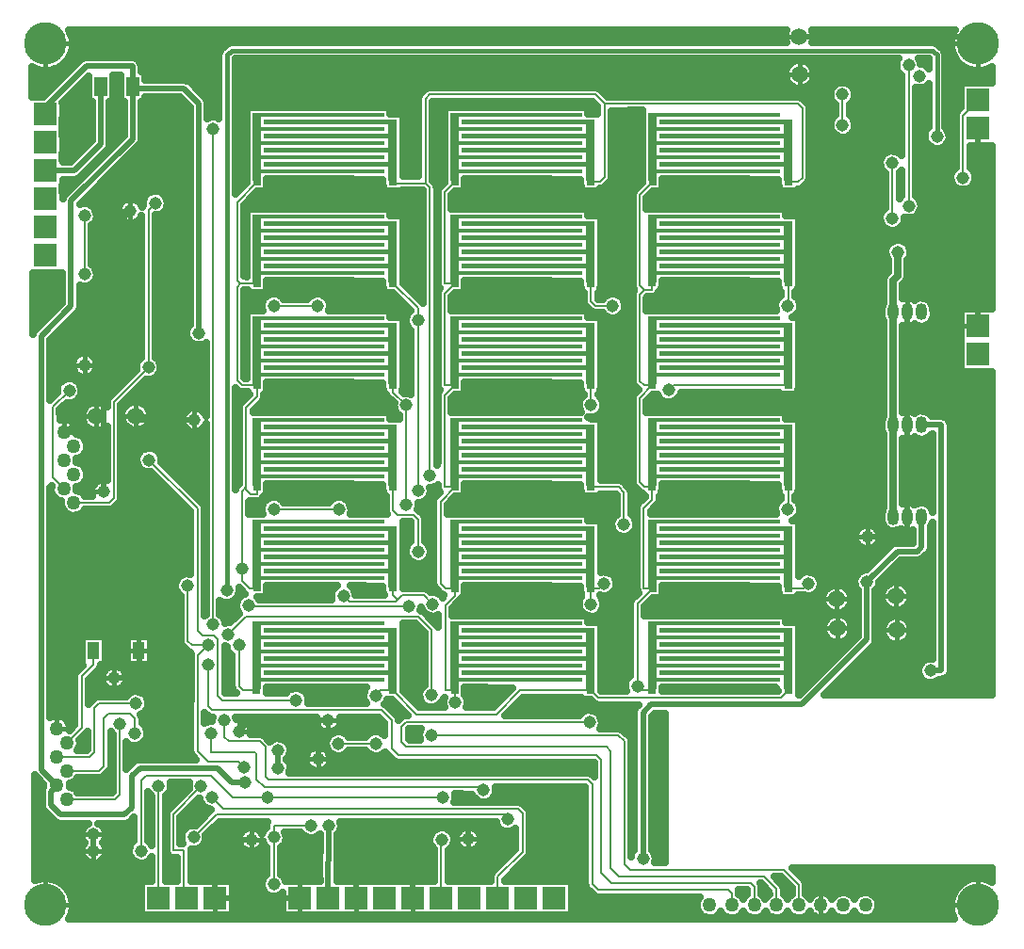
<source format=gbr>
G04 DipTrace 1.50*
%INBottom.gbr*%
%MOIN*%
%ADD10C,0.01*%
%ADD11C,0.005*%
%ADD12C,0.003*%
%ADD13C,0.008*%
%ADD14C,0.016*%
%ADD15C,0.02*%
%ADD16C,0.039*%
%ADD17C,0.03*%
%ADD18C,0.0197*%
%ADD19C,0.04*%
%ADD20C,0.0394*%
%ADD21C,0.025*%
%ADD22C,0.015*%
%ADD23R,0.06X0.045*%
%ADD24R,0.045X0.05*%
%ADD25R,0.05X0.045*%
%ADD26R,0.045X0.06*%
%ADD27R,0.03X0.025*%
%ADD28C,0.05*%
%ADD29R,0.08X0.08*%
%ADD30R,0.025X0.025*%
%ADD31R,0.0591X0.0787*%
%ADD32R,0.045X0.065*%
%ADD33C,0.06*%
%ADD34C,0.0591*%
%ADD35C,0.15*%
%ADD36R,0.032X0.032*%
%ADD37R,0.0413X0.0591*%
%ADD38R,0.0689X0.0197*%
%ADD39R,0.0787X0.0197*%
%ADD40R,0.0197X0.0689*%
%ADD41R,0.0197X0.0787*%
%ADD42O,0.04X0.06*%
%ADD43C,0.05*%
%ADD44R,0.06X0.03*%
%ADD45R,0.0335X0.0197*%
%ADD46C,0.045*%
%ADD47C,0.035*%
%ADD48C,0.0354*%
%ADD49C,0.115*%
%ADD50C,0.055*%
%ADD51R,0.0435X0.0297*%
%ADD52R,0.0235X0.0097*%
%ADD53R,0.07X0.04*%
%ADD54R,0.05X0.02*%
%ADD55C,0.06*%
%ADD56C,0.04*%
%ADD57O,0.05X0.07*%
%ADD58O,0.03X0.05*%
%ADD59R,0.0297X0.0887*%
%ADD60R,0.0097X0.0687*%
%ADD61R,0.0297X0.0789*%
%ADD62R,0.0097X0.0589*%
%ADD63R,0.0887X0.0297*%
%ADD64R,0.0687X0.0097*%
%ADD65R,0.0789X0.0297*%
%ADD66R,0.0589X0.0097*%
%ADD67R,0.0513X0.0691*%
%ADD68R,0.0313X0.0491*%
%ADD69R,0.042X0.042*%
%ADD70R,0.022X0.022*%
%ADD71C,0.16*%
%ADD72C,0.14*%
%ADD73C,0.0691*%
%ADD74C,0.0491*%
%ADD75C,0.07*%
%ADD76R,0.055X0.075*%
%ADD77R,0.035X0.055*%
%ADD78R,0.0691X0.0887*%
%ADD79R,0.0491X0.0687*%
%ADD80R,0.035X0.035*%
%ADD81R,0.015X0.015*%
%ADD82R,0.09X0.09*%
%ADD83R,0.07X0.07*%
%ADD84R,0.04X0.035*%
%ADD85R,0.02X0.015*%
%ADD86R,0.055X0.07*%
%ADD87R,0.035X0.05*%
%ADD88R,0.06X0.055*%
%ADD89R,0.055X0.06*%
%ADD90R,0.035X0.04*%
%ADD91R,0.07X0.055*%
%ADD92R,0.05X0.035*%
%ADD93C,0.012*%
%ADD94C,0.0066*%
%ADD95C,0.0087*%
%FSLAX44Y44*%
%SFA1B1*%
%OFA0B0*%
G04*
G70*
G90*
G75*
G01*
%LNBottom*%
%LPD*%
X5750Y10750D2*
D13*
X6280Y11280D1*
Y13100D1*
X6700Y13520D1*
Y14000D1*
X36541Y32221D2*
D14*
Y35101D1*
X36381Y35261D1*
X11580D1*
X11420Y35101D1*
Y16140D1*
X13080Y19020D2*
D13*
X15380D1*
X26484Y30600D2*
X26021Y30137D1*
Y26941D1*
X26181Y26781D1*
X26021Y26621D1*
Y23561D1*
X26181Y23400D1*
X26464D1*
X13080Y5740D2*
Y7400D1*
X26181Y26781D2*
X26464D1*
Y27040D1*
X25941Y12760D2*
X25961Y12600D1*
X26464D1*
X25941Y12760D2*
X25961Y12600D1*
X25941Y12760D1*
X25961Y12600D1*
X25941Y12760D1*
X25961D1*
Y12600D1*
X25941Y12760D1*
X26484Y16220D2*
X25941Y15677D1*
Y12760D1*
X26464Y19820D2*
Y19364D1*
X26161Y19060D1*
Y16220D1*
X26484D1*
X26464Y23400D2*
X26021Y22957D1*
Y19980D1*
X26181Y19820D1*
X26464D1*
X13080Y7400D2*
Y7820D1*
X14380D1*
X8380Y6920D2*
Y9420D1*
X8540Y9580D1*
X10860D1*
X11620Y8820D1*
X12860D1*
X19484Y30620D2*
X19120Y30257D1*
Y27020D1*
X19484D1*
X12860Y8820D2*
X19060D1*
X19484Y12600D2*
Y12180D1*
X19500D1*
X19484Y16220D2*
Y15964D1*
X19140Y15620D1*
Y12600D1*
X19484D1*
Y19800D2*
X18980Y19297D1*
Y16380D1*
X19141Y16220D1*
X19484D1*
Y23420D2*
X19120Y23057D1*
Y19800D1*
X19484D1*
Y27020D2*
X19120Y26657D1*
Y23420D1*
X19484D1*
X12484Y30600D2*
X11780Y29896D1*
Y27121D1*
X11900Y27001D1*
X11780Y26881D1*
Y23581D1*
X11941Y23420D1*
X12484D1*
X10020Y16320D2*
Y14360D1*
X10180Y14200D1*
X10740D1*
X11900Y27001D2*
X11920Y27020D1*
X12484D1*
X11840Y14200D2*
Y12760D1*
X12000Y12600D1*
X12464D1*
X12484Y23420D2*
Y23004D1*
X12100Y22621D1*
Y19720D1*
X12260Y19560D1*
X12484D1*
Y19820D1*
X10740Y14200D2*
X10380Y13840D1*
Y10460D1*
X10760Y10080D1*
X11820D1*
X12020Y9880D1*
X11940Y16920D2*
Y19660D1*
X12100Y19820D1*
Y22621D1*
X12484Y16240D2*
Y16200D1*
X12220D1*
X11940Y16481D1*
Y16920D1*
X10240Y7400D2*
X11040Y8200D1*
X21360D1*
Y8040D1*
X11040Y8200D2*
X10240Y7400D1*
X10880Y8820D2*
X11300Y8400D1*
X21720D1*
X21880Y8240D1*
Y6880D1*
X21000Y6000D1*
Y5250D1*
X19020Y7320D2*
X19000D1*
Y5250D1*
X12180Y15600D2*
Y15580D1*
X17860D1*
X18660Y11020D2*
X25261D1*
X25471Y10810D1*
Y6460D1*
X25671Y6260D1*
X31121D1*
X31650Y5731D1*
Y5000D1*
X11460Y14580D2*
X12100Y15220D1*
X18180D1*
X18660Y14741D1*
Y12440D1*
X7430Y13040D2*
D15*
X8100D1*
X8320Y13260D1*
Y13980D1*
X8294Y14000D1*
X11840Y11160D2*
X12220Y11540D1*
X15000D1*
X34081Y18040D2*
X35341D1*
X35500Y18200D1*
Y18750D1*
X14000Y5250D2*
X11000D1*
X16000D2*
Y5800D1*
X16300Y6100D1*
X17640D1*
X18000Y5740D1*
Y5250D1*
X6700Y6920D2*
Y7500D1*
X38000Y32500D2*
Y25500D1*
X7060Y28641D2*
X8000Y29581D1*
X8200Y22320D2*
X8340Y22180D1*
X10270D1*
X5650Y21750D2*
D13*
X6380Y22480D1*
Y24121D1*
X7060Y19640D2*
D15*
Y21540D1*
X6780Y21820D1*
X5720D1*
X5650Y21750D1*
X6800Y22300D2*
X7060D1*
Y19640D1*
X8294Y14000D2*
X8320Y13980D1*
X8294Y14000D1*
X15000Y11540D2*
X14640D1*
Y10180D1*
X35500Y22000D2*
Y26000D1*
Y18750D2*
Y22000D1*
X11000Y5250D2*
Y6600D1*
X11720Y7320D1*
X12280D1*
X18000Y5250D2*
Y7360D1*
X18400Y7760D1*
X19960D1*
Y7340D1*
X7060Y19640D2*
Y28641D1*
X8000Y29581D1*
X31660Y35760D2*
D18*
X37740D1*
X38000Y35500D1*
X7620Y11420D2*
D13*
Y8920D1*
X7450Y8750D1*
X5750D1*
X8200Y12140D2*
X6880D1*
X6720Y11980D1*
Y10420D1*
X6550Y10250D1*
X5400D1*
X38000Y33500D2*
X37461Y32961D1*
Y30761D1*
X10500Y9200D2*
X9520Y8220D1*
Y6940D1*
X9900D1*
Y5350D1*
X10000Y5250D1*
X6380Y29421D2*
Y27341D1*
X9000Y9220D2*
Y5250D1*
X5000Y31000D2*
D15*
X6009D1*
X6960Y31951D1*
Y33980D1*
X10920Y32481D2*
D13*
Y14940D1*
X35541Y34741D2*
Y29761D1*
X33200Y33700D2*
Y32660D1*
X33096Y32556D1*
X33136D1*
X33200Y32620D1*
X34961Y31281D2*
Y29321D1*
X31300Y30600D2*
X31620D1*
X31781Y30761D1*
Y33221D1*
X31621Y33381D1*
X24781D1*
X24461Y33701D1*
X18600D1*
X18440Y33541D1*
Y30561D1*
X18600Y30401D1*
Y20220D1*
X24781Y33381D2*
Y30781D1*
X24620Y30620D1*
X24300D1*
X18440Y30561D2*
X17339D1*
X17300Y30600D1*
X18180Y19680D2*
Y25701D1*
X25061Y26221D2*
X24461D1*
X24300Y26381D1*
Y27020D1*
X31261Y26221D2*
X31280Y26240D1*
Y27040D1*
X18180Y25701D2*
Y26140D1*
X17300Y27020D1*
X17760Y19180D2*
Y22701D1*
X24301D2*
Y23420D1*
X27061Y23241D2*
X27220Y23400D1*
X31280D1*
X17760Y22701D2*
X17300Y23161D1*
Y23420D1*
X25461Y18480D2*
Y19620D1*
X25281Y19800D1*
X24300D1*
X18180Y17520D2*
Y18660D1*
X18020Y18820D1*
X17460D1*
X17300Y18981D1*
Y19820D1*
X31261Y19020D2*
X31280Y19040D1*
Y19820D1*
X17300Y16240D2*
Y15981D1*
X17460Y15820D1*
X17380Y15740D1*
X15740D1*
X15540Y15940D1*
X24761Y16380D2*
X24600Y16220D1*
X24300D1*
X31981Y16380D2*
X31820Y16220D1*
X31300D1*
X18700Y15660D2*
X18380Y15980D1*
X17620D1*
X17460Y15820D1*
X24300Y16220D2*
Y15660D1*
X16680Y12420D2*
X16860Y12600D1*
X17280D1*
X15360Y10720D2*
X16680D1*
X24300Y12600D2*
X24560Y12340D1*
X31020D1*
X31280Y12600D1*
X17280D2*
X18120Y11760D1*
X20940D1*
X21780Y12600D1*
X24300D1*
X11320Y11540D2*
Y10960D1*
X11480Y10800D1*
X12580D1*
X12780Y10600D1*
Y9560D1*
X12900Y9440D1*
X24181D1*
X24341Y9280D1*
Y5760D1*
X24561Y5540D1*
X29161D1*
X29287Y5413D1*
Y5000D1*
X10860Y11080D2*
Y10400D1*
X12420D1*
X12460Y10360D1*
Y9460D1*
X12740Y9180D1*
X20400D1*
X20500Y9080D1*
X24241Y11480D2*
X17760D1*
X17600Y11320D1*
Y10780D1*
X17760Y10620D1*
X24841D1*
X25001Y10460D1*
Y6300D1*
X25281Y6020D1*
X30421D1*
X30862Y5579D1*
Y5000D1*
X7060Y9920D2*
D3*
X8160Y11080D2*
Y11620D1*
X8000Y11780D1*
X7220D1*
X7060Y11620D1*
Y9920D1*
X6890Y9750D1*
X5750D1*
X10740Y13500D2*
Y12060D1*
X10900Y11900D1*
X16900D1*
X17240Y11560D1*
Y10560D1*
X17500Y10300D1*
X24501D1*
X24661Y10140D1*
Y6140D1*
X25021Y5780D1*
X29961D1*
X30075Y5666D1*
Y5000D1*
X8880Y29861D2*
X8640Y29621D1*
Y24041D1*
X7420Y22821D1*
Y19420D1*
X7250Y19250D1*
X6000D1*
X11260Y12260D2*
X11100Y12420D1*
Y14400D1*
X10940Y14560D1*
X10540D1*
X10380Y14720D1*
Y19040D1*
X8660Y20760D1*
X11100Y12420D2*
X11260Y12260D1*
X13860D1*
X11260D1*
X36000Y22000D2*
D15*
X36701D1*
Y13300D1*
X36321D1*
X15020Y7820D2*
X15000Y5250D1*
X12060Y9340D2*
X11600D1*
X11080Y9860D1*
X8340D1*
X8060Y9580D1*
Y8460D1*
X7800Y8200D1*
X5530D1*
X5180Y8550D1*
Y9030D1*
X5400Y9250D1*
X13220Y10480D2*
Y9860D1*
X5840Y23221D2*
D13*
X5260Y22641D1*
Y20140D1*
X5650Y19750D1*
X8080Y33980D2*
D15*
X8139Y33921D1*
X9890D1*
X10420Y33391D1*
Y25261D1*
X5000Y33000D2*
Y33261D1*
X6440Y34701D1*
X8080D1*
Y33980D1*
X5400Y9250D2*
X4860Y9790D1*
Y25161D1*
X5900Y26201D1*
Y29941D1*
X8080Y32121D1*
Y34701D1*
X6440D1*
X36000Y18750D2*
Y17679D1*
X35841Y17520D1*
X35141D1*
X34061Y16440D1*
Y14400D1*
X31761Y12100D1*
X26421D1*
X26141Y11820D1*
Y6660D1*
X35000Y18750D2*
D21*
Y22000D1*
Y26000D2*
Y27120D1*
X35161Y27281D1*
Y28121D1*
X35000Y22000D2*
Y26000D1*
X14620Y26221D2*
D13*
X13080D1*
D46*
X33200Y33700D3*
X10270Y22180D3*
X36541Y32221D3*
X11420Y16140D3*
X13080Y19020D3*
X15380D3*
X13080Y5740D3*
X14380Y7820D3*
X25941Y12760D3*
X13080Y7400D3*
X8380Y6920D3*
X19500Y12180D3*
X19060Y8820D3*
X12860D3*
X11840Y14200D3*
X10740D3*
X10020Y16320D3*
X12020Y9880D3*
X11940Y16920D3*
X10240Y7400D3*
X21360Y8040D3*
X10880Y8820D3*
X19020Y7320D3*
X12180Y15600D3*
X17860Y15580D3*
X11460Y14580D3*
X18660Y12440D3*
Y11020D3*
X19960Y7340D3*
X7060Y19640D3*
X8000Y29581D3*
X15000Y11540D3*
X14640Y10180D3*
X6700Y6920D3*
X12280Y7320D3*
X34081Y18040D3*
X11840Y11160D3*
X6700Y7500D3*
X7620Y11420D3*
X7430Y13040D3*
X8200Y12140D3*
X37461Y30761D3*
X6380Y24121D3*
X10500Y9200D3*
X6380Y29421D3*
Y27341D3*
X9000Y9220D3*
X10920Y32481D3*
Y14940D3*
X35541Y34741D3*
Y29761D3*
X34961Y31281D3*
Y29321D3*
X5840Y23221D3*
X18600Y20220D3*
X25061Y26221D3*
X31261D3*
X18180Y19680D3*
Y25701D3*
X17760Y19180D3*
X27061Y23241D3*
X24301Y22701D3*
X17760D3*
X25461Y18480D3*
X31261Y19020D3*
X18180Y17520D3*
X24761Y16380D3*
X18700Y15660D3*
X24301D3*
X15540Y15940D3*
X31981Y16380D3*
X15360Y10720D3*
X16680D3*
Y12420D3*
X11320Y11540D3*
X10860Y11080D3*
X20500Y9080D3*
X24241Y11480D3*
X8160Y11080D3*
X10740Y13500D3*
X8880Y29861D3*
X8640Y24041D3*
X13860Y12260D3*
X8660Y20760D3*
X36321Y13300D3*
X15020Y7820D3*
X13220Y10480D3*
X12060Y9340D3*
X13220Y9860D3*
X34061Y16440D3*
X26141Y6660D3*
X35161Y28121D3*
X14620Y26221D3*
X13080D3*
X35921Y34361D3*
X33200Y32620D3*
X10420Y25261D3*
X5954Y35726D2*
D21*
X31135D1*
X32185D2*
X37049D1*
X5978Y35478D2*
X11369D1*
X36591D2*
X37021D1*
X5939Y35229D2*
X11143D1*
X36821D2*
X37061D1*
X5825Y34980D2*
X6295D1*
X8228D2*
X11111D1*
X36849D2*
X37174D1*
X5591Y34732D2*
X6014D1*
X8407D2*
X11111D1*
X11732D2*
X31264D1*
X32095D2*
X35088D1*
X36849D2*
X37408D1*
X4556Y34483D2*
X5768D1*
X8536D2*
X11111D1*
X11732D2*
X31158D1*
X32200D2*
X35174D1*
X36849D2*
X38451D1*
X4556Y34234D2*
X5518D1*
X6431D2*
X6507D1*
X7415D2*
X7627D1*
X8536D2*
X11111D1*
X11732D2*
X31189D1*
X32169D2*
X35271D1*
X36849D2*
X38451D1*
X4556Y33985D2*
X5268D1*
X6181D2*
X6506D1*
X7415D2*
X7627D1*
X10282D2*
X11111D1*
X11732D2*
X31408D1*
X31954D2*
X32854D1*
X33548D2*
X35271D1*
X36154D2*
X36229D1*
X36849D2*
X37369D1*
X4556Y33737D2*
X5021D1*
X5931D2*
X6506D1*
X7415D2*
X7627D1*
X10529D2*
X11111D1*
X11732D2*
X18264D1*
X24794D2*
X32748D1*
X33654D2*
X35271D1*
X35810D2*
X36232D1*
X36849D2*
X37369D1*
X5685Y33488D2*
X6506D1*
X7415D2*
X7627D1*
X8536D2*
X9865D1*
X10736D2*
X11111D1*
X11732D2*
X18170D1*
X31884D2*
X32803D1*
X33599D2*
X35271D1*
X35810D2*
X36232D1*
X36849D2*
X37369D1*
X5630Y33239D2*
X6631D1*
X7290D2*
X7752D1*
X8411D2*
X10092D1*
X10751D2*
X11111D1*
X11732D2*
X12088D1*
X17208D2*
X18170D1*
X18712D2*
X19088D1*
X24208D2*
X24510D1*
X32048D2*
X32932D1*
X33470D2*
X35271D1*
X35810D2*
X36232D1*
X36849D2*
X37369D1*
X5630Y32991D2*
X6631D1*
X7290D2*
X7752D1*
X8411D2*
X10092D1*
X10751D2*
X11111D1*
X11732D2*
X12088D1*
X17665D2*
X18170D1*
X18712D2*
X19088D1*
X25052D2*
X26088D1*
X32052D2*
X32932D1*
X33470D2*
X35271D1*
X35810D2*
X36232D1*
X36849D2*
X37193D1*
X5630Y32742D2*
X6631D1*
X7290D2*
X7752D1*
X8411D2*
X10092D1*
X11732D2*
X12088D1*
X17665D2*
X18170D1*
X18712D2*
X19088D1*
X25052D2*
X26088D1*
X32052D2*
X32764D1*
X33638D2*
X35271D1*
X35810D2*
X36232D1*
X36849D2*
X37189D1*
X5630Y32493D2*
X6631D1*
X7290D2*
X7752D1*
X8411D2*
X10092D1*
X11732D2*
X12088D1*
X17665D2*
X18170D1*
X18712D2*
X19088D1*
X25052D2*
X26088D1*
X32052D2*
X32764D1*
X33634D2*
X35271D1*
X35810D2*
X36182D1*
X36900D2*
X37189D1*
X5630Y32245D2*
X6631D1*
X7290D2*
X7748D1*
X8411D2*
X10092D1*
X11732D2*
X12088D1*
X17665D2*
X18170D1*
X18712D2*
X19088D1*
X25052D2*
X26088D1*
X32052D2*
X32967D1*
X33435D2*
X35271D1*
X35810D2*
X36088D1*
X36993D2*
X37189D1*
X5630Y31996D2*
X6549D1*
X7290D2*
X7498D1*
X8384D2*
X10092D1*
X11732D2*
X12088D1*
X17665D2*
X18170D1*
X18712D2*
X19088D1*
X25052D2*
X26088D1*
X32052D2*
X35271D1*
X35810D2*
X36150D1*
X36931D2*
X37189D1*
X5630Y31747D2*
X6299D1*
X8161D2*
X10092D1*
X11732D2*
X12088D1*
X17665D2*
X18170D1*
X18712D2*
X19088D1*
X25052D2*
X26088D1*
X32052D2*
X35271D1*
X35810D2*
X37189D1*
X37732D2*
X38451D1*
X5630Y31499D2*
X6053D1*
X7915D2*
X10092D1*
X11732D2*
X12088D1*
X17665D2*
X18170D1*
X18712D2*
X19088D1*
X25052D2*
X26088D1*
X32052D2*
X34564D1*
X35810D2*
X37189D1*
X37732D2*
X38451D1*
X7665Y31250D2*
X10092D1*
X11732D2*
X12088D1*
X17665D2*
X18170D1*
X18712D2*
X19088D1*
X25052D2*
X26088D1*
X32052D2*
X34506D1*
X35810D2*
X37189D1*
X37732D2*
X38451D1*
X7415Y31001D2*
X10092D1*
X11732D2*
X12088D1*
X17665D2*
X18170D1*
X18712D2*
X19088D1*
X25052D2*
X26088D1*
X32052D2*
X34607D1*
X35810D2*
X37080D1*
X37841D2*
X38451D1*
X7169Y30753D2*
X10092D1*
X11732D2*
X12088D1*
X18712D2*
X19088D1*
X25048D2*
X26088D1*
X32052D2*
X34689D1*
X35810D2*
X37006D1*
X37915D2*
X38451D1*
X5630Y30504D2*
X6006D1*
X6919D2*
X10092D1*
X11732D2*
X12018D1*
X12849D2*
X16908D1*
X18849D2*
X18997D1*
X19849D2*
X23908D1*
X24876D2*
X26018D1*
X26849D2*
X30908D1*
X31896D2*
X34689D1*
X35810D2*
X37092D1*
X37829D2*
X38451D1*
X5630Y30255D2*
X5760D1*
X6669D2*
X8686D1*
X9075D2*
X10092D1*
X12509D2*
X18330D1*
X19489D2*
X25779D1*
X26509D2*
X34689D1*
X35810D2*
X38451D1*
X6423Y30006D2*
X7916D1*
X8087D2*
X8451D1*
X9310D2*
X10092D1*
X12263D2*
X18330D1*
X19392D2*
X25752D1*
X26290D2*
X34689D1*
X35919D2*
X38451D1*
X6673Y29758D2*
X7584D1*
X9321D2*
X10092D1*
X12052D2*
X18330D1*
X19392D2*
X25752D1*
X26290D2*
X34689D1*
X35997D2*
X38451D1*
X6825Y29509D2*
X7553D1*
X9154D2*
X10092D1*
X17208D2*
X18330D1*
X24208D2*
X25752D1*
X31208D2*
X34549D1*
X35915D2*
X38451D1*
X6806Y29260D2*
X7689D1*
X8911D2*
X10092D1*
X17665D2*
X18330D1*
X24665D2*
X25752D1*
X31665D2*
X34510D1*
X35411D2*
X38451D1*
X6650Y29012D2*
X8369D1*
X8911D2*
X10092D1*
X17665D2*
X18330D1*
X24665D2*
X25752D1*
X31665D2*
X34639D1*
X35286D2*
X38451D1*
X6650Y28763D2*
X8369D1*
X8911D2*
X10092D1*
X17665D2*
X18330D1*
X24665D2*
X25752D1*
X31665D2*
X38451D1*
X6650Y28514D2*
X8369D1*
X8911D2*
X10092D1*
X17665D2*
X18330D1*
X24665D2*
X25752D1*
X31665D2*
X34963D1*
X35357D2*
X38451D1*
X6650Y28266D2*
X8369D1*
X8911D2*
X10092D1*
X17665D2*
X18330D1*
X24665D2*
X25752D1*
X31665D2*
X34732D1*
X35591D2*
X38451D1*
X6650Y28017D2*
X8369D1*
X8911D2*
X10092D1*
X17665D2*
X18330D1*
X24665D2*
X25752D1*
X31665D2*
X34717D1*
X35603D2*
X38451D1*
X6650Y27768D2*
X8369D1*
X8911D2*
X10092D1*
X17665D2*
X18330D1*
X24665D2*
X25752D1*
X31665D2*
X34807D1*
X35517D2*
X38451D1*
X6794Y27520D2*
X8369D1*
X8911D2*
X10092D1*
X17665D2*
X18330D1*
X24665D2*
X25752D1*
X31665D2*
X34807D1*
X35517D2*
X38451D1*
X4579Y27271D2*
X5568D1*
X6829D2*
X8369D1*
X8911D2*
X10092D1*
X17665D2*
X18330D1*
X24665D2*
X25752D1*
X31665D2*
X34682D1*
X35517D2*
X38451D1*
X4579Y27022D2*
X5568D1*
X6693D2*
X8369D1*
X8911D2*
X10092D1*
X12849D2*
X16908D1*
X17669D2*
X18330D1*
X19849D2*
X23908D1*
X24665D2*
X25752D1*
X26849D2*
X30908D1*
X31665D2*
X34646D1*
X35396D2*
X38451D1*
X4579Y26774D2*
X5568D1*
X6232D2*
X8369D1*
X8911D2*
X10092D1*
X12052D2*
X12130D1*
X12837D2*
X16943D1*
X17919D2*
X18330D1*
X19837D2*
X23943D1*
X24654D2*
X25803D1*
X26818D2*
X30924D1*
X31634D2*
X34646D1*
X35357D2*
X38451D1*
X4579Y26525D2*
X5568D1*
X6232D2*
X8369D1*
X8911D2*
X10092D1*
X12052D2*
X12752D1*
X13407D2*
X14291D1*
X14950D2*
X17424D1*
X18165D2*
X18330D1*
X19392D2*
X24029D1*
X24571D2*
X24732D1*
X25388D2*
X25752D1*
X26298D2*
X30932D1*
X31591D2*
X34646D1*
X35357D2*
X38451D1*
X4579Y26276D2*
X5518D1*
X6232D2*
X8369D1*
X8911D2*
X10092D1*
X12052D2*
X12631D1*
X15071D2*
X17674D1*
X19392D2*
X24053D1*
X25513D2*
X25752D1*
X26290D2*
X30811D1*
X31712D2*
X34611D1*
X36388D2*
X38451D1*
X4583Y26027D2*
X5271D1*
X6177D2*
X8369D1*
X8911D2*
X10092D1*
X17208D2*
X17877D1*
X24208D2*
X24284D1*
X25470D2*
X25752D1*
X31669D2*
X34568D1*
X36431D2*
X37369D1*
X4583Y25779D2*
X5021D1*
X5935D2*
X8369D1*
X8911D2*
X10092D1*
X24665D2*
X25752D1*
X31665D2*
X34588D1*
X36411D2*
X37369D1*
X4583Y25530D2*
X4771D1*
X5685D2*
X8369D1*
X8911D2*
X10061D1*
X17665D2*
X17760D1*
X24665D2*
X25752D1*
X31665D2*
X34646D1*
X35689D2*
X35812D1*
X36189D2*
X37369D1*
X5439Y25281D2*
X8369D1*
X8911D2*
X9967D1*
X17665D2*
X17912D1*
X24665D2*
X25752D1*
X31665D2*
X34646D1*
X35357D2*
X37369D1*
X5189Y25033D2*
X8369D1*
X8911D2*
X10029D1*
X17665D2*
X17912D1*
X24665D2*
X25752D1*
X31665D2*
X34646D1*
X35357D2*
X37369D1*
X5189Y24784D2*
X8369D1*
X8911D2*
X10650D1*
X17665D2*
X17912D1*
X24665D2*
X25752D1*
X31665D2*
X34646D1*
X35357D2*
X37369D1*
X5189Y24535D2*
X6244D1*
X6517D2*
X8369D1*
X8911D2*
X10650D1*
X17665D2*
X17912D1*
X24665D2*
X25752D1*
X31665D2*
X34646D1*
X35357D2*
X37369D1*
X5189Y24287D2*
X5959D1*
X6802D2*
X8264D1*
X9017D2*
X10650D1*
X17665D2*
X17912D1*
X24665D2*
X25752D1*
X31665D2*
X34646D1*
X35357D2*
X37369D1*
X5189Y24038D2*
X5932D1*
X6825D2*
X8186D1*
X9095D2*
X10650D1*
X17665D2*
X17912D1*
X24665D2*
X25752D1*
X31665D2*
X34646D1*
X35357D2*
X37369D1*
X5189Y23789D2*
X6080D1*
X6681D2*
X8018D1*
X9013D2*
X10650D1*
X17665D2*
X17912D1*
X24665D2*
X25752D1*
X31665D2*
X34646D1*
X35357D2*
X38451D1*
X5189Y23541D2*
X5529D1*
X6154D2*
X7768D1*
X8513D2*
X10650D1*
X17665D2*
X17912D1*
X24665D2*
X25752D1*
X31665D2*
X34646D1*
X35357D2*
X38451D1*
X5189Y23292D2*
X5393D1*
X6290D2*
X7521D1*
X8263D2*
X10650D1*
X12849D2*
X16908D1*
X17665D2*
X17912D1*
X19849D2*
X23908D1*
X24665D2*
X25916D1*
X31665D2*
X34646D1*
X35357D2*
X38451D1*
X5189Y23043D2*
X5290D1*
X6255D2*
X7271D1*
X8013D2*
X10650D1*
X11732D2*
X12150D1*
X12755D2*
X17061D1*
X19478D2*
X24018D1*
X24583D2*
X25768D1*
X26478D2*
X26654D1*
X27466D2*
X34646D1*
X35357D2*
X38451D1*
X5786Y22795D2*
X6674D1*
X6927D2*
X7150D1*
X7767D2*
X8002D1*
X8396D2*
X10650D1*
X11732D2*
X11904D1*
X12646D2*
X17295D1*
X19392D2*
X23857D1*
X24743D2*
X25752D1*
X26290D2*
X34646D1*
X35357D2*
X38451D1*
X5536Y22546D2*
X6334D1*
X8677D2*
X10018D1*
X10521D2*
X10650D1*
X11732D2*
X11830D1*
X12396D2*
X17334D1*
X19392D2*
X23873D1*
X24728D2*
X25752D1*
X26290D2*
X34646D1*
X35357D2*
X38451D1*
X5529Y22297D2*
X6271D1*
X8728D2*
X9830D1*
X11732D2*
X11830D1*
X17208D2*
X17490D1*
X24474D2*
X25752D1*
X31208D2*
X34623D1*
X36794D2*
X38451D1*
X6017Y22048D2*
X6338D1*
X8650D2*
X9838D1*
X11732D2*
X11830D1*
X24665D2*
X25752D1*
X31665D2*
X34568D1*
X37029D2*
X38451D1*
X6126Y21800D2*
X6705D1*
X6896D2*
X7150D1*
X7689D2*
X10045D1*
X10493D2*
X10650D1*
X11732D2*
X11830D1*
X24665D2*
X25752D1*
X31665D2*
X34584D1*
X37032D2*
X38451D1*
X6364Y21551D2*
X7150D1*
X7689D2*
X10650D1*
X11732D2*
X11830D1*
X24665D2*
X25752D1*
X31665D2*
X34646D1*
X36232D2*
X36372D1*
X37032D2*
X38451D1*
X6478Y21302D2*
X7150D1*
X7689D2*
X10650D1*
X11732D2*
X11830D1*
X24665D2*
X25752D1*
X31665D2*
X34646D1*
X35357D2*
X36369D1*
X37032D2*
X38451D1*
X6435Y21054D2*
X7150D1*
X7689D2*
X8322D1*
X9001D2*
X10650D1*
X11732D2*
X11830D1*
X24665D2*
X25752D1*
X31665D2*
X34646D1*
X35357D2*
X36369D1*
X37032D2*
X38451D1*
X6126Y20805D2*
X7150D1*
X7689D2*
X8209D1*
X9114D2*
X10650D1*
X11732D2*
X11830D1*
X24665D2*
X25752D1*
X31665D2*
X34646D1*
X35357D2*
X36369D1*
X37032D2*
X38451D1*
X6361Y20556D2*
X7150D1*
X7689D2*
X8256D1*
X9236D2*
X10650D1*
X11732D2*
X11830D1*
X24665D2*
X25752D1*
X31665D2*
X34646D1*
X35357D2*
X36369D1*
X37032D2*
X38451D1*
X6478Y20308D2*
X7150D1*
X7689D2*
X8740D1*
X9486D2*
X10650D1*
X11732D2*
X11830D1*
X24665D2*
X25752D1*
X31665D2*
X34646D1*
X35357D2*
X36369D1*
X37032D2*
X38451D1*
X6439Y20059D2*
X6936D1*
X7689D2*
X8990D1*
X9732D2*
X10650D1*
X11732D2*
X11830D1*
X24665D2*
X25752D1*
X31665D2*
X34646D1*
X35357D2*
X36369D1*
X37032D2*
X38451D1*
X6142Y19810D2*
X6639D1*
X7689D2*
X9240D1*
X9982D2*
X10650D1*
X12849D2*
X16908D1*
X18755D2*
X18851D1*
X19849D2*
X23908D1*
X25642D2*
X25818D1*
X26849D2*
X30908D1*
X31665D2*
X34646D1*
X35357D2*
X36369D1*
X37032D2*
X38451D1*
X6357Y19562D2*
X6611D1*
X7689D2*
X9486D1*
X10232D2*
X10650D1*
X12837D2*
X16943D1*
X18618D2*
X18873D1*
X19837D2*
X23943D1*
X25732D2*
X26107D1*
X26818D2*
X30924D1*
X31634D2*
X34646D1*
X35357D2*
X36369D1*
X37032D2*
X38451D1*
X5189Y19313D2*
X5498D1*
X7665D2*
X9736D1*
X10478D2*
X10650D1*
X12208D2*
X12740D1*
X13419D2*
X15041D1*
X15720D2*
X17029D1*
X18427D2*
X18713D1*
X19368D2*
X25189D1*
X25732D2*
X26041D1*
X26728D2*
X30920D1*
X31599D2*
X34646D1*
X35357D2*
X36369D1*
X37032D2*
X38451D1*
X5189Y19064D2*
X5561D1*
X7435D2*
X9986D1*
X12208D2*
X12627D1*
X15833D2*
X17029D1*
X18200D2*
X18709D1*
X19251D2*
X25189D1*
X25732D2*
X25893D1*
X26536D2*
X30807D1*
X31712D2*
X34631D1*
X37032D2*
X38451D1*
X5189Y18816D2*
X5842D1*
X6161D2*
X10111D1*
X18396D2*
X18709D1*
X24208D2*
X25166D1*
X25755D2*
X25893D1*
X31665D2*
X34568D1*
X37032D2*
X38451D1*
X5189Y18567D2*
X10111D1*
X17665D2*
X17904D1*
X18450D2*
X18709D1*
X24665D2*
X25014D1*
X31665D2*
X34580D1*
X37032D2*
X38451D1*
X5189Y18318D2*
X10111D1*
X17665D2*
X17912D1*
X18450D2*
X18709D1*
X24665D2*
X25037D1*
X31665D2*
X33729D1*
X34435D2*
X34744D1*
X37032D2*
X38451D1*
X5189Y18069D2*
X10111D1*
X17665D2*
X17912D1*
X18450D2*
X18709D1*
X24665D2*
X25311D1*
X25611D2*
X25893D1*
X31665D2*
X33627D1*
X34536D2*
X35670D1*
X37032D2*
X38451D1*
X5189Y17821D2*
X10111D1*
X17665D2*
X17850D1*
X18513D2*
X18709D1*
X24665D2*
X25893D1*
X31665D2*
X33686D1*
X34474D2*
X35064D1*
X37032D2*
X38451D1*
X5189Y17572D2*
X10111D1*
X18634D2*
X18711D1*
X24665D2*
X25893D1*
X31665D2*
X34736D1*
X37032D2*
X38451D1*
X5189Y17323D2*
X10111D1*
X17665D2*
X17771D1*
X18587D2*
X18713D1*
X24665D2*
X25893D1*
X31665D2*
X34486D1*
X36099D2*
X36369D1*
X37032D2*
X38451D1*
X5189Y17075D2*
X10111D1*
X17665D2*
X18709D1*
X24665D2*
X25893D1*
X31665D2*
X34240D1*
X35150D2*
X36369D1*
X37032D2*
X38451D1*
X5189Y16826D2*
X10111D1*
X17665D2*
X18709D1*
X24665D2*
X25893D1*
X31665D2*
X33846D1*
X34904D2*
X36369D1*
X37032D2*
X38451D1*
X5189Y16577D2*
X9650D1*
X17665D2*
X18709D1*
X25169D2*
X25893D1*
X32388D2*
X33627D1*
X34654D2*
X36369D1*
X37032D2*
X38451D1*
X5189Y16329D2*
X9564D1*
X17665D2*
X18717D1*
X25212D2*
X25893D1*
X32431D2*
X32850D1*
X33154D2*
X33619D1*
X34501D2*
X34752D1*
X35446D2*
X36369D1*
X37032D2*
X38451D1*
X5189Y16080D2*
X9639D1*
X11872D2*
X11969D1*
X12849D2*
X15107D1*
X15970D2*
X16908D1*
X18818D2*
X18909D1*
X19849D2*
X23908D1*
X25095D2*
X25936D1*
X26849D2*
X30908D1*
X32314D2*
X32529D1*
X33470D2*
X33732D1*
X34392D2*
X34592D1*
X35611D2*
X36369D1*
X37032D2*
X38451D1*
X5189Y15831D2*
X9752D1*
X12568D2*
X15100D1*
X19716D2*
X23881D1*
X24720D2*
X25725D1*
X26466D2*
X32471D1*
X33529D2*
X33732D1*
X34392D2*
X34580D1*
X35618D2*
X36369D1*
X37032D2*
X38451D1*
X5189Y15583D2*
X9752D1*
X11189D2*
X11725D1*
X19474D2*
X23854D1*
X24747D2*
X25670D1*
X26216D2*
X32541D1*
X33458D2*
X33732D1*
X34392D2*
X34717D1*
X35482D2*
X36369D1*
X37032D2*
X38451D1*
X5189Y15334D2*
X9752D1*
X11189D2*
X11818D1*
X19411D2*
X23994D1*
X24607D2*
X25670D1*
X26212D2*
X33732D1*
X34392D2*
X36369D1*
X37032D2*
X38451D1*
X5189Y15085D2*
X9752D1*
X11349D2*
X11596D1*
X18689D2*
X18871D1*
X24208D2*
X25670D1*
X31208D2*
X32580D1*
X33462D2*
X33732D1*
X34392D2*
X34729D1*
X35513D2*
X36369D1*
X37032D2*
X38451D1*
X5189Y14837D2*
X9752D1*
X17665D2*
X18193D1*
X24665D2*
X25670D1*
X31665D2*
X32490D1*
X33548D2*
X33732D1*
X34392D2*
X34600D1*
X35642D2*
X36369D1*
X37032D2*
X38451D1*
X5189Y14588D2*
X9752D1*
X17665D2*
X18389D1*
X24665D2*
X25670D1*
X31665D2*
X32537D1*
X33505D2*
X33732D1*
X34392D2*
X34615D1*
X35626D2*
X36369D1*
X37032D2*
X38451D1*
X5189Y14339D2*
X6264D1*
X7138D2*
X7857D1*
X8732D2*
X9752D1*
X17665D2*
X18389D1*
X24665D2*
X25670D1*
X31665D2*
X32787D1*
X33251D2*
X33545D1*
X34384D2*
X34787D1*
X35450D2*
X36369D1*
X37032D2*
X38451D1*
X5189Y14090D2*
X6264D1*
X7138D2*
X7857D1*
X8732D2*
X9920D1*
X17665D2*
X18389D1*
X24665D2*
X25670D1*
X31665D2*
X33295D1*
X34208D2*
X36369D1*
X37032D2*
X38451D1*
X5189Y13842D2*
X6264D1*
X7138D2*
X7857D1*
X8732D2*
X10111D1*
X11368D2*
X11572D1*
X17665D2*
X18389D1*
X24665D2*
X25670D1*
X31665D2*
X33045D1*
X33958D2*
X36369D1*
X37032D2*
X38451D1*
X5189Y13593D2*
X6264D1*
X7138D2*
X7857D1*
X8732D2*
X10111D1*
X11368D2*
X11572D1*
X17665D2*
X18389D1*
X24665D2*
X25670D1*
X31665D2*
X32799D1*
X33708D2*
X35982D1*
X37032D2*
X38451D1*
X5189Y13344D2*
X6154D1*
X6896D2*
X7100D1*
X7759D2*
X10111D1*
X11368D2*
X11572D1*
X17665D2*
X18389D1*
X24665D2*
X25670D1*
X31665D2*
X32549D1*
X33462D2*
X35869D1*
X37032D2*
X38451D1*
X5189Y13096D2*
X6010D1*
X6646D2*
X6979D1*
X7880D2*
X10111D1*
X11368D2*
X11572D1*
X17665D2*
X18389D1*
X24665D2*
X25646D1*
X31665D2*
X32299D1*
X33212D2*
X35916D1*
X36950D2*
X38451D1*
X5189Y12847D2*
X6010D1*
X6548D2*
X7021D1*
X7841D2*
X10111D1*
X11368D2*
X11572D1*
X17665D2*
X18389D1*
X24665D2*
X25494D1*
X31665D2*
X32053D1*
X32962D2*
X38451D1*
X5189Y12598D2*
X6010D1*
X6548D2*
X10111D1*
X11368D2*
X11631D1*
X12849D2*
X13568D1*
X14150D2*
X16264D1*
X17665D2*
X18236D1*
X19849D2*
X21408D1*
X24673D2*
X25518D1*
X26849D2*
X30908D1*
X31665D2*
X31803D1*
X32716D2*
X38451D1*
X5189Y12350D2*
X6010D1*
X6548D2*
X6729D1*
X8599D2*
X10111D1*
X14306D2*
X16232D1*
X17904D2*
X18213D1*
X19919D2*
X21158D1*
X21900D2*
X23943D1*
X5189Y12101D2*
X6010D1*
X8654D2*
X10111D1*
X17064D2*
X17408D1*
X18150D2*
X18369D1*
X18950D2*
X19051D1*
X19946D2*
X20908D1*
X21654D2*
X24482D1*
X5189Y11852D2*
X6010D1*
X8544D2*
X10111D1*
X17321D2*
X17658D1*
X21404D2*
X24002D1*
X24482D2*
X25811D1*
X5712Y11604D2*
X6010D1*
X8431D2*
X10111D1*
X10650D2*
X10869D1*
X11771D2*
X14549D1*
X15450D2*
X16826D1*
X24677D2*
X25811D1*
X26470D2*
X26908D1*
X5868Y11355D2*
X5986D1*
X8517D2*
X10111D1*
X12247D2*
X14588D1*
X15411D2*
X16971D1*
X24677D2*
X25811D1*
X26470D2*
X26908D1*
X8614Y11106D2*
X10111D1*
X12290D2*
X15146D1*
X15575D2*
X16467D1*
X17868D2*
X18213D1*
X25544D2*
X25811D1*
X26470D2*
X26908D1*
X6228Y10858D2*
X6451D1*
X8552D2*
X10111D1*
X12896D2*
X12988D1*
X13450D2*
X14928D1*
X25736D2*
X25813D1*
X26470D2*
X26908D1*
X6208Y10609D2*
X6451D1*
X7892D2*
X10111D1*
X13654D2*
X14584D1*
X14699D2*
X14920D1*
X26470D2*
X26908D1*
X7892Y10360D2*
X10131D1*
X13657D2*
X14225D1*
X15618D2*
X16420D1*
X16939D2*
X17070D1*
X26470D2*
X26908D1*
X7892Y10111D2*
X8143D1*
X13595D2*
X14189D1*
X15091D2*
X17318D1*
X26470D2*
X26908D1*
X13677Y9863D2*
X14326D1*
X14954D2*
X24393D1*
X26470D2*
X26908D1*
X7126Y9614D2*
X7350D1*
X26470D2*
X26908D1*
X4634Y9365D2*
X4826D1*
X6017D2*
X7350D1*
X26470D2*
X26908D1*
X4634Y9117D2*
X4861D1*
X6044D2*
X7350D1*
X9443D2*
X10045D1*
X20954D2*
X24072D1*
X26470D2*
X26908D1*
X4634Y8868D2*
X4850D1*
X8650D2*
X8729D1*
X9271D2*
X9795D1*
X19513D2*
X20100D1*
X20900D2*
X24072D1*
X26470D2*
X26908D1*
X4638Y8619D2*
X4850D1*
X8650D2*
X8729D1*
X9271D2*
X9549D1*
X10290D2*
X10475D1*
X21853D2*
X24072D1*
X26470D2*
X26908D1*
X4638Y8371D2*
X4908D1*
X8650D2*
X8729D1*
X10040D2*
X10838D1*
X22114D2*
X24072D1*
X26470D2*
X26908D1*
X4638Y8122D2*
X5150D1*
X8650D2*
X8729D1*
X9794D2*
X10592D1*
X22150D2*
X24072D1*
X26470D2*
X26908D1*
X4638Y7873D2*
X6463D1*
X6939D2*
X8111D1*
X8650D2*
X8729D1*
X9790D2*
X10342D1*
X11083D2*
X12814D1*
X15470D2*
X20939D1*
X22150D2*
X24072D1*
X26470D2*
X26908D1*
X4638Y7625D2*
X6264D1*
X7138D2*
X8111D1*
X8650D2*
X8729D1*
X10837D2*
X11951D1*
X12611D2*
X12688D1*
X15427D2*
X18693D1*
X19349D2*
X19611D1*
X20306D2*
X21225D1*
X21497D2*
X21611D1*
X22150D2*
X24072D1*
X26470D2*
X26908D1*
X4642Y7376D2*
X6264D1*
X7138D2*
X8111D1*
X8650D2*
X8729D1*
X10693D2*
X11830D1*
X13536D2*
X14686D1*
X15345D2*
X18568D1*
X20415D2*
X21611D1*
X22150D2*
X24072D1*
X26470D2*
X26908D1*
X4642Y7127D2*
X6299D1*
X7103D2*
X7979D1*
X10599D2*
X11869D1*
X13439D2*
X14686D1*
X15345D2*
X18611D1*
X19431D2*
X19560D1*
X20357D2*
X21611D1*
X22150D2*
X24072D1*
X26470D2*
X26908D1*
X4642Y6879D2*
X6248D1*
X7154D2*
X7928D1*
X10169D2*
X12811D1*
X13349D2*
X14682D1*
X15341D2*
X18729D1*
X19271D2*
X21506D1*
X22150D2*
X24072D1*
X26536D2*
X26908D1*
X4642Y6630D2*
X6357D1*
X7040D2*
X8037D1*
X9271D2*
X9631D1*
X10169D2*
X12811D1*
X13349D2*
X14682D1*
X15341D2*
X18729D1*
X19271D2*
X21260D1*
X22001D2*
X24072D1*
X26595D2*
X26908D1*
X4642Y6381D2*
X8729D1*
X9271D2*
X9631D1*
X10169D2*
X12811D1*
X13349D2*
X14678D1*
X15337D2*
X18729D1*
X19271D2*
X21010D1*
X21751D2*
X24072D1*
X4646Y6132D2*
X8729D1*
X9271D2*
X9631D1*
X10169D2*
X12811D1*
X13349D2*
X14678D1*
X15337D2*
X18729D1*
X19271D2*
X20768D1*
X21505D2*
X24072D1*
X31618D2*
X38451D1*
X5388Y5884D2*
X8729D1*
X9271D2*
X9631D1*
X10169D2*
X12650D1*
X13509D2*
X14674D1*
X15333D2*
X18729D1*
X19271D2*
X20729D1*
X21271D2*
X24072D1*
X30927D2*
X31127D1*
X31864D2*
X37615D1*
X5739Y5635D2*
X8369D1*
X11630D2*
X12639D1*
X23630D2*
X24104D1*
X30345D2*
X30433D1*
X31126D2*
X31373D1*
X31919D2*
X37264D1*
X5900Y5386D2*
X8369D1*
X11630D2*
X12811D1*
X23630D2*
X24342D1*
X29556D2*
X29807D1*
X30345D2*
X30592D1*
X31134D2*
X31381D1*
X31919D2*
X32174D1*
X32700D2*
X32959D1*
X33489D2*
X33748D1*
X34279D2*
X37104D1*
X5970Y5138D2*
X8369D1*
X11630D2*
X13369D1*
X23630D2*
X28041D1*
X34470D2*
X37029D1*
X5974Y4889D2*
X8369D1*
X11630D2*
X13369D1*
X23630D2*
X28033D1*
X34478D2*
X37025D1*
X5911Y4640D2*
X28197D1*
X28802D2*
X28981D1*
X29591D2*
X29771D1*
X30380D2*
X30561D1*
X31165D2*
X31346D1*
X31954D2*
X32135D1*
X32739D2*
X32920D1*
X33529D2*
X33709D1*
X34314D2*
X37092D1*
X38476Y34672D2*
X38342Y34608D1*
X38199Y34566D1*
X38050Y34546D1*
X37900Y34550D1*
X37753Y34578D1*
X37612Y34628D1*
X37480Y34699D1*
X37361Y34790D1*
X37258Y34899D1*
X37173Y35022D1*
X37109Y35158D1*
X37066Y35301D1*
X37046Y35450D1*
X37050Y35600D1*
X37077Y35747D1*
X37127Y35888D1*
X37172Y35975D1*
X32113Y35971D1*
X32152Y35853D1*
X32160Y35735D1*
X32138Y35612D1*
X32112Y35546D1*
X36381D1*
X36505Y35517D1*
X36458Y35535D1*
X36582Y35462D1*
X36742Y35302D1*
X36809Y35194D1*
X36790Y35240D1*
X36826Y35101D1*
Y32542D1*
X36924Y32415D1*
X36964Y32297D1*
X36971Y32221D1*
X36953Y32098D1*
X36900Y31985D1*
X36817Y31892D1*
X36712Y31826D1*
X36591Y31794D1*
X36467Y31797D1*
X36348Y31836D1*
X36246Y31908D1*
X36169Y32005D1*
X36123Y32121D1*
X36112Y32245D1*
X36136Y32367D1*
X36195Y32477D1*
X36258Y32540D1*
X36256Y33721D1*
Y34092D1*
X36197Y34032D1*
X36091Y33966D1*
X35971Y33934D1*
X35847Y33937D1*
X35784Y33958D1*
X35786Y30616D1*
Y30112D1*
X35853Y30057D1*
X35924Y29955D1*
X35964Y29837D1*
X35971Y29761D1*
X35953Y29637D1*
X35900Y29525D1*
X35817Y29431D1*
X35711Y29366D1*
X35591Y29334D1*
X35467Y29337D1*
X35389Y29363D1*
X35373Y29197D1*
X35320Y29085D1*
X35237Y28991D1*
X35131Y28926D1*
X35011Y28894D1*
X34887Y28897D1*
X34768Y28936D1*
X34666Y29007D1*
X34589Y29105D1*
X34543Y29221D1*
X34532Y29345D1*
X34556Y29467D1*
X34615Y29577D1*
X34713Y29670D1*
X34716Y30821D1*
Y30926D1*
X34666Y30968D1*
X34589Y31065D1*
X34543Y31181D1*
X34532Y31305D1*
X34556Y31427D1*
X34615Y31537D1*
X34703Y31625D1*
X34813Y31684D1*
X34935Y31710D1*
X35059Y31699D1*
X35175Y31654D1*
X35273Y31577D1*
X35297Y31542D1*
X35296Y34390D1*
X35246Y34428D1*
X35169Y34525D1*
X35123Y34641D1*
X35112Y34765D1*
X35136Y34887D1*
X35182Y34973D1*
X34381Y34976D1*
X11705D1*
Y30167D1*
X12114Y30585D1*
Y33260D1*
X12824Y33256D1*
X12940Y33260D1*
X17183D1*
Y33021D1*
X17642Y33020D1*
Y30805D1*
X18195Y30811D1*
Y33541D1*
X18229Y33663D1*
X18267Y33714D1*
X18427Y33874D1*
X18538Y33937D1*
X18600Y33946D1*
X24461D1*
X24583Y33912D1*
X24634Y33874D1*
X24880Y33628D1*
X26031Y33626D1*
X31621D1*
X31743Y33592D1*
X31794Y33554D1*
X31954Y33394D1*
X32017Y33284D1*
X32026Y33221D1*
Y30761D1*
X31992Y30638D1*
X31954Y30587D1*
X31793Y30427D1*
X31683Y30364D1*
X31635Y30356D1*
X31630Y30270D1*
X30970D1*
Y30461D1*
X30932Y30460D1*
Y30699D1*
X28933Y30701D1*
X26828D1*
X26824Y30460D1*
X26813D1*
X26814Y30270D1*
X26497D1*
X26268Y30037D1*
X26266Y29656D1*
X26940Y29660D1*
X31183D1*
Y29421D1*
X31642Y29420D1*
Y26860D1*
X31607D1*
X31610Y26710D1*
X31528D1*
X31525Y26560D1*
X31572Y26517D1*
X31644Y26415D1*
X31684Y26297D1*
X31691Y26221D1*
X31673Y26097D1*
X31620Y25984D1*
X31537Y25891D1*
X31413Y25821D1*
X31642D1*
Y23260D1*
X31607D1*
X31610Y23070D1*
X30950D1*
Y23152D1*
X30155Y23155D1*
X27479D1*
X27473Y23117D1*
X27420Y23004D1*
X27337Y22911D1*
X27231Y22846D1*
X27111Y22813D1*
X26986Y22817D1*
X26868Y22856D1*
X26766Y22927D1*
X26689Y23025D1*
X26670Y23072D1*
X26477Y23070D1*
X26264Y22854D1*
X26266Y22461D1*
X31183Y22460D1*
Y22221D1*
X31642Y22220D1*
Y19660D1*
X31607D1*
X31610Y19490D1*
X31528D1*
X31525Y19363D1*
X31572Y19317D1*
X31644Y19215D1*
X31684Y19097D1*
X31691Y19020D1*
X31673Y18897D1*
X31620Y18784D1*
X31537Y18691D1*
X31413Y18621D1*
X31642D1*
Y16648D1*
X31723Y16725D1*
X31833Y16784D1*
X31954Y16810D1*
X32079Y16799D1*
X32194Y16753D1*
X32292Y16677D1*
X32364Y16575D1*
X32404Y16457D1*
X32411Y16380D1*
X32393Y16257D1*
X32340Y16144D1*
X32257Y16051D1*
X32151Y15986D1*
X32031Y15953D1*
X31907Y15957D1*
X31844Y15978D1*
X31629Y15975D1*
Y15890D1*
X30970D1*
Y16058D1*
X30932Y16060D1*
Y16299D1*
X28933Y16301D1*
X26828D1*
X26824Y16060D1*
X26813D1*
X26814Y15890D1*
X26497D1*
X26185Y15574D1*
Y15259D1*
X26824Y15256D1*
X26940Y15260D1*
X31183D1*
Y15021D1*
X31642Y15020D1*
Y12466D1*
X31697D1*
X33758Y14528D1*
X33756Y16139D1*
X33689Y16225D1*
X33643Y16340D1*
X33632Y16464D1*
X33656Y16586D1*
X33715Y16696D1*
X33803Y16785D1*
X33913Y16844D1*
X34054Y16868D1*
X34925Y17736D1*
X35033Y17805D1*
X35141Y17825D1*
X35692D1*
X35695Y18293D1*
X35586Y18254D1*
X35486Y18245D1*
X35388Y18261D1*
X35296Y18300D1*
X35250Y18331D1*
X35134Y18268D1*
X35011Y18245D1*
X34888Y18261D1*
X34775Y18313D1*
X34683Y18398D1*
X34622Y18506D1*
X34598Y18647D1*
X34595Y18850D1*
X34608Y18952D1*
X34670Y19081D1*
Y21668D1*
X34622Y21756D1*
X34598Y21897D1*
X34595Y22100D1*
X34608Y22202D1*
X34670Y22331D1*
Y25668D1*
X34622Y25756D1*
X34598Y25897D1*
X34595Y26100D1*
X34608Y26202D1*
X34670Y26331D1*
Y27120D1*
X34693Y27242D1*
X34767Y27353D1*
X34830Y27417D1*
Y27847D1*
X34789Y27905D1*
X34743Y28021D1*
X34732Y28145D1*
X34756Y28267D1*
X34815Y28377D1*
X34903Y28465D1*
X35013Y28524D1*
X35135Y28550D1*
X35259Y28539D1*
X35375Y28494D1*
X35473Y28417D1*
X35544Y28315D1*
X35584Y28197D1*
X35591Y28121D1*
X35573Y27997D1*
X35520Y27885D1*
X35492Y27853D1*
Y27281D1*
X35467Y27159D1*
X35394Y27047D1*
X35331Y26984D1*
Y26467D1*
X35417Y26496D1*
X35516Y26505D1*
X35615Y26488D1*
X35706Y26449D1*
X35749Y26419D1*
X35845Y26474D1*
X35967Y26504D1*
X36091Y26495D1*
X36206Y26449D1*
X36302Y26369D1*
X36370Y26265D1*
X36403Y26145D1*
X36405Y25900D1*
X36386Y25777D1*
X36330Y25666D1*
X36243Y25576D1*
X36134Y25518D1*
X36011Y25495D1*
X35888Y25511D1*
X35775Y25563D1*
X35755Y25582D1*
X35657Y25527D1*
X35561Y25500D1*
X35461Y25497D1*
X35364Y25519D1*
X35330Y25533D1*
Y22465D1*
X35393Y22491D1*
X35491Y22505D1*
X35591Y22495D1*
X35684Y22461D1*
X35749Y22419D1*
X35845Y22474D1*
X35967Y22504D1*
X36091Y22495D1*
X36206Y22449D1*
X36302Y22369D1*
X36343Y22307D1*
X36701Y22305D1*
X36822Y22280D1*
X36924Y22208D1*
X36995Y22082D1*
X37006Y22000D1*
Y13300D1*
X36981Y13179D1*
X36909Y13077D1*
X36783Y13007D1*
X36627Y12995D1*
X36491Y12906D1*
X36371Y12873D1*
X36247Y12877D1*
X36128Y12916D1*
X36026Y12987D1*
X35949Y13085D1*
X35903Y13200D1*
X35892Y13324D1*
X35916Y13446D1*
X35975Y13556D1*
X36063Y13644D1*
X36173Y13704D1*
X36295Y13729D1*
X36399Y13721D1*
X36396Y14550D1*
Y18562D1*
X36330Y18416D1*
X36306Y18390D1*
Y17679D1*
X36278Y17555D1*
X36216Y17464D1*
X36057Y17305D1*
X35949Y17236D1*
X35841Y17215D1*
X35267D1*
X34492Y16440D1*
X34473Y16317D1*
X34420Y16204D1*
X34366Y16143D1*
Y14400D1*
X34338Y14276D1*
X34276Y14185D1*
X32560Y12465D1*
X38478D1*
X38475Y13400D1*
Y23896D1*
X37395Y23895D1*
X37399Y25105D1*
X37395Y25095D1*
Y26105D1*
X38475D1*
Y31896D1*
X37706Y31895D1*
Y31113D1*
X37773Y31057D1*
X37844Y30955D1*
X37884Y30837D1*
X37891Y30761D1*
X37873Y30637D1*
X37820Y30525D1*
X37738Y30431D1*
X37632Y30366D1*
X37511Y30334D1*
X37387Y30337D1*
X37268Y30376D1*
X37166Y30448D1*
X37089Y30545D1*
X37043Y30661D1*
X37032Y30785D1*
X37057Y30907D1*
X37115Y31017D1*
X37213Y31111D1*
X37216Y32261D1*
Y32961D1*
X37250Y33083D1*
X37288Y33134D1*
X37395Y33242D1*
Y34105D1*
X38477D1*
X38475Y34670D1*
X5851Y9193D2*
X5971Y9148D1*
X6071Y9073D1*
X6130Y8995D1*
X7348D1*
X7373Y9019D1*
X7375Y10295D1*
Y11065D1*
X7304Y11134D1*
X7305Y9920D1*
X7271Y9798D1*
X7233Y9747D1*
X7063Y9577D1*
X6953Y9514D1*
X6890Y9505D1*
X6136D1*
X6059Y9416D1*
X5957Y9345D1*
X5850Y9308D1*
X5847Y9192D1*
X6188Y10627D2*
X6126Y10497D1*
X6450Y10495D1*
X6473Y10519D1*
X6475Y11135D1*
X6365Y11018D1*
X6196Y10850D1*
X6205Y10750D1*
X6188Y10627D1*
X5854Y11225D2*
X5852Y11198D1*
X6032Y11379D1*
X6035Y12280D1*
Y13100D1*
X6069Y13223D1*
X6107Y13273D1*
X6331Y13497D1*
X6288Y13500D1*
Y14500D1*
X7112D1*
Y13500D1*
X6944D1*
X6940Y13473D1*
X6873Y13347D1*
X6522Y12996D1*
X6525Y12128D1*
X6707Y12313D1*
X6817Y12376D1*
X6880Y12385D1*
X7845D1*
X7942Y12484D1*
X8052Y12544D1*
X8174Y12569D1*
X8298Y12559D1*
X8414Y12513D1*
X8512Y12436D1*
X8584Y12335D1*
X8623Y12217D1*
X8630Y12140D1*
X8612Y12017D1*
X8559Y11904D1*
X8477Y11811D1*
X8367Y11745D1*
X8396Y11683D1*
X8405Y11620D1*
Y11437D1*
X8472Y11376D1*
X8544Y11275D1*
X8583Y11157D1*
X8590Y11080D1*
X8572Y10957D1*
X8519Y10844D1*
X8437Y10751D1*
X8331Y10685D1*
X8210Y10653D1*
X8086Y10657D1*
X7968Y10696D1*
X7863Y10770D1*
X7865Y9815D1*
X8124Y10076D1*
X8232Y10145D1*
X8340Y10165D1*
X10328D1*
X10207Y10287D1*
X10144Y10397D1*
X10135Y10460D1*
X10141Y13891D1*
X10133Y13960D1*
X10007Y14027D1*
X9847Y14187D1*
X9784Y14298D1*
X9775Y14360D1*
Y15966D1*
X9726Y16007D1*
X9648Y16105D1*
X9602Y16220D1*
X9591Y16344D1*
X9616Y16466D1*
X9675Y16576D1*
X9762Y16665D1*
X9872Y16724D1*
X9994Y16750D1*
X10136Y16732D1*
Y18943D1*
X9677Y19398D1*
X8735Y20339D1*
X8586Y20337D1*
X8468Y20376D1*
X8366Y20447D1*
X8288Y20545D1*
X8242Y20660D1*
X8231Y20785D1*
X8256Y20907D1*
X8315Y21016D1*
X8402Y21105D1*
X8512Y21164D1*
X8634Y21190D1*
X8758Y21179D1*
X8874Y21134D1*
X8972Y21057D1*
X9044Y20955D1*
X9083Y20837D1*
X9090Y20760D1*
X9079Y20687D1*
X10553Y19214D1*
X10616Y19103D1*
X10625Y19040D1*
Y15255D1*
X10673Y15290D1*
X10675Y16440D1*
Y22034D1*
X10630Y21944D1*
X10565Y21868D1*
X10485Y21808D1*
X10394Y21769D1*
X10296Y21751D1*
X10196Y21757D1*
X10100Y21785D1*
X10014Y21835D1*
X9941Y21904D1*
X9886Y21987D1*
X9852Y22081D1*
X9840Y22180D1*
X9852Y22279D1*
X9885Y22373D1*
X9940Y22456D1*
X10012Y22525D1*
X10099Y22575D1*
X10194Y22604D1*
X10294Y22610D1*
X10392Y22593D1*
X10484Y22554D1*
X10564Y22494D1*
X10629Y22418D1*
X10675Y22324D1*
Y24913D1*
X10591Y24866D1*
X10471Y24834D1*
X10346Y24837D1*
X10228Y24876D1*
X10126Y24947D1*
X10048Y25045D1*
X10002Y25161D1*
X9991Y25285D1*
X10016Y25407D1*
X10075Y25517D1*
X10116Y25558D1*
Y33264D1*
X9765Y33614D1*
X8511Y33616D1*
X8510Y33450D1*
X8381D1*
X8385Y32701D1*
Y32121D1*
X8358Y31996D1*
X8296Y31905D1*
X6205Y29814D1*
X6354Y29850D1*
X6478Y29839D1*
X6594Y29794D1*
X6692Y29717D1*
X6764Y29615D1*
X6803Y29497D1*
X6810Y29421D1*
X6792Y29297D1*
X6739Y29185D1*
X6657Y29091D1*
X6627Y29073D1*
X6625Y27690D1*
X6692Y27637D1*
X6764Y27535D1*
X6803Y27417D1*
X6810Y27341D1*
X6792Y27217D1*
X6739Y27104D1*
X6657Y27011D1*
X6551Y26946D1*
X6430Y26914D1*
X6306Y26917D1*
X6206Y26950D1*
X6205Y26201D1*
X6178Y26076D1*
X6116Y25985D1*
X5163Y25032D1*
X5165Y22891D1*
X5415Y23142D1*
X5411Y23245D1*
X5436Y23367D1*
X5495Y23476D1*
X5582Y23565D1*
X5692Y23624D1*
X5814Y23650D1*
X5938Y23639D1*
X6054Y23594D1*
X6152Y23517D1*
X6224Y23415D1*
X6263Y23297D1*
X6270Y23221D1*
X6252Y23097D1*
X6199Y22984D1*
X6117Y22891D1*
X6011Y22826D1*
X5890Y22793D1*
X5762Y22798D1*
X5502Y22536D1*
X5505Y22183D1*
X5606Y22203D1*
X5705Y22202D1*
X5802Y22179D1*
X5892Y22135D1*
X5970Y22073D1*
X6033Y21995D1*
X6077Y21906D1*
X6101Y21809D1*
Y21693D1*
X6221Y21648D1*
X6321Y21573D1*
X6396Y21474D1*
X6442Y21358D1*
X6455Y21250D1*
X6438Y21127D1*
X6388Y21012D1*
X6309Y20916D1*
X6207Y20845D1*
X6100Y20808D1*
X6097Y20692D1*
X6221Y20648D1*
X6321Y20573D1*
X6396Y20474D1*
X6442Y20358D1*
X6455Y20250D1*
X6438Y20127D1*
X6388Y20012D1*
X6309Y19916D1*
X6207Y19845D1*
X6100Y19808D1*
X6097Y19692D1*
X6221Y19648D1*
X6321Y19573D1*
X6380Y19495D1*
X6652D1*
X6631Y19615D1*
X6636Y19714D1*
X6665Y19810D1*
X6715Y19896D1*
X6783Y19969D1*
X6866Y20024D1*
X6960Y20059D1*
X7059Y20070D1*
X7158Y20059D1*
X7175Y20055D1*
X7172Y21959D1*
X7077Y21878D1*
X6965Y21823D1*
X6843Y21797D1*
X6719Y21802D1*
X6599Y21837D1*
X6492Y21900D1*
X6403Y21988D1*
X6339Y22095D1*
X6302Y22214D1*
X6296Y22338D1*
X6321Y22461D1*
X6375Y22573D1*
X6455Y22669D1*
X6556Y22742D1*
X6672Y22788D1*
X6795Y22805D1*
X6919Y22791D1*
X7036Y22747D1*
X7138Y22675D1*
X7175Y22638D1*
Y22821D1*
X7209Y22943D1*
X7247Y22994D1*
X8216Y23963D1*
X8211Y24065D1*
X8236Y24187D1*
X8295Y24296D1*
X8393Y24390D1*
X8395Y25541D1*
Y29410D1*
X8345Y29324D1*
X8277Y29251D1*
X8193Y29197D1*
X8100Y29162D1*
X8001Y29151D1*
X7901Y29162D1*
X7808Y29196D1*
X7724Y29251D1*
X7656Y29323D1*
X7606Y29410D1*
X7577Y29505D1*
X7571Y29605D1*
X7588Y29703D1*
X7627Y29795D1*
X7687Y29875D1*
X7763Y29939D1*
X7852Y29984D1*
X7949Y30008D1*
X8049D1*
X8146Y29985D1*
X8235Y29941D1*
X8312Y29877D1*
X8372Y29797D1*
X8411Y29708D1*
X8456Y29783D1*
X8451Y29885D1*
X8476Y30007D1*
X8535Y30117D1*
X8622Y30205D1*
X8732Y30264D1*
X8854Y30290D1*
X8978Y30279D1*
X9094Y30234D1*
X9192Y30157D1*
X9264Y30055D1*
X9303Y29937D1*
X9310Y29861D1*
X9292Y29737D1*
X9239Y29625D1*
X9157Y29531D1*
X9051Y29466D1*
X8930Y29434D1*
X8888Y29435D1*
X8885Y27996D1*
Y24390D1*
X8952Y24337D1*
X9024Y24235D1*
X9063Y24117D1*
X9070Y24041D1*
X9052Y23917D1*
X8999Y23804D1*
X8917Y23711D1*
X8811Y23646D1*
X8690Y23614D1*
X8562Y23618D1*
X7667Y22721D1*
X7665Y20696D1*
Y19420D1*
X7631Y19298D1*
X7593Y19247D1*
X7423Y19077D1*
X7312Y19014D1*
X7250Y19005D1*
X6386D1*
X6309Y18916D1*
X6207Y18845D1*
X6089Y18804D1*
X5965Y18796D1*
X5843Y18823D1*
X5733Y18882D1*
X5643Y18968D1*
X5580Y19075D1*
X5548Y19196D1*
X5550Y19309D1*
X5493Y19323D1*
X5383Y19382D1*
X5293Y19468D1*
X5230Y19575D1*
X5198Y19696D1*
X5208Y19846D1*
X5165Y19786D1*
X5167Y11641D1*
X5258Y11682D1*
X5356Y11703D1*
X5455Y11702D1*
X5552Y11679D1*
X5642Y11635D1*
X5720Y11573D1*
X5783Y11495D1*
X5827Y11406D1*
X5851Y11309D1*
X5854Y11225D1*
X8520Y5855D2*
X8758D1*
X8755Y6375D1*
Y6707D1*
X8657Y6591D1*
X8551Y6525D1*
X8430Y6493D1*
X8306Y6497D1*
X8188Y6536D1*
X8086Y6607D1*
X8008Y6704D1*
X7962Y6820D1*
X7951Y6944D1*
X7976Y7066D1*
X8035Y7176D1*
X8133Y7270D1*
X8135Y8104D1*
X8016Y7984D1*
X7908Y7916D1*
X7800Y7895D1*
X6867D1*
X6956Y7846D1*
X7028Y7778D1*
X7084Y7695D1*
X7118Y7601D1*
X7130Y7500D1*
X7119Y7401D1*
X7084Y7307D1*
X7030Y7224D1*
X7018Y7210D1*
X7084Y7115D1*
X7118Y7021D1*
X7130Y6920D1*
X7119Y6821D1*
X7084Y6727D1*
X7030Y6644D1*
X6957Y6575D1*
X6871Y6525D1*
X6775Y6497D1*
X6676Y6491D1*
X6577Y6508D1*
X6486Y6547D1*
X6405Y6607D1*
X6341Y6683D1*
X6296Y6772D1*
X6273Y6869D1*
Y6969D1*
X6296Y7066D1*
X6340Y7155D1*
X6383Y7210D1*
X6328Y7284D1*
X6288Y7376D1*
X6271Y7474D1*
X6276Y7574D1*
X6305Y7669D1*
X6355Y7756D1*
X6423Y7829D1*
X6506Y7884D1*
X6531Y7895D1*
X5530D1*
X5405Y7923D1*
X5314Y7984D1*
X4964Y8334D1*
X4896Y8442D1*
X4875Y8550D1*
Y9030D1*
X4903Y9155D1*
X4916Y9182D1*
X4919Y9299D1*
X4622Y9601D1*
X4609D1*
X4620Y5878D1*
X4777Y5929D1*
X4925Y5952D1*
X5075D1*
X5223Y5929D1*
X5365Y5882D1*
X5499Y5814D1*
X5620Y5726D1*
X5726Y5621D1*
X5814Y5499D1*
X5882Y5366D1*
X5929Y5223D1*
X5952Y5075D1*
Y4925D1*
X5929Y4777D1*
X5882Y4635D1*
X5828Y4525D1*
X37168D1*
X37100Y4681D1*
X37061Y4826D1*
X37045Y4975D1*
X37053Y5124D1*
X37084Y5271D1*
X37138Y5411D1*
X37213Y5541D1*
X37307Y5657D1*
X37418Y5757D1*
X37544Y5839D1*
X37681Y5900D1*
X37826Y5939D1*
X37975Y5955D1*
X38124Y5947D1*
X38271Y5916D1*
X38411Y5862D1*
X38475Y5828D1*
Y6318D1*
X37960Y6315D1*
X31409D1*
X31823Y5904D1*
X31885Y5794D1*
X31895Y5731D1*
Y5384D1*
X31970Y5323D1*
X32043Y5227D1*
X32090Y5295D1*
X32163Y5363D1*
X32249Y5414D1*
X32344Y5445D1*
X32443Y5455D1*
X32542Y5443D1*
X32636Y5409D1*
X32720Y5356D1*
X32791Y5286D1*
X32830Y5228D1*
X32878Y5295D1*
X32971Y5378D1*
X33083Y5432D1*
X33205Y5455D1*
X33329Y5443D1*
X33445Y5398D1*
X33545Y5323D1*
X33618Y5227D1*
X33665Y5295D1*
X33758Y5378D1*
X33870Y5432D1*
X33993Y5455D1*
X34117Y5443D1*
X34233Y5398D1*
X34332Y5323D1*
X34408Y5224D1*
X34454Y5108D1*
X34467Y5000D1*
X34450Y4877D1*
X34400Y4762D1*
X34321Y4666D1*
X34219Y4595D1*
X34101Y4554D1*
X33977Y4546D1*
X33855Y4573D1*
X33745Y4632D1*
X33655Y4718D1*
X33621Y4775D1*
X33533Y4666D1*
X33431Y4595D1*
X33314Y4554D1*
X33189Y4546D1*
X33067Y4573D1*
X32957Y4632D1*
X32868Y4718D1*
X32834Y4775D1*
X32764Y4684D1*
X32687Y4620D1*
X32598Y4574D1*
X32502Y4550D1*
X32402Y4546D1*
X32304Y4565D1*
X32212Y4604D1*
X32131Y4663D1*
X32065Y4738D1*
X32043Y4773D1*
X31959Y4666D1*
X31856Y4595D1*
X31739Y4554D1*
X31614Y4546D1*
X31493Y4573D1*
X31383Y4632D1*
X31293Y4718D1*
X31259Y4775D1*
X31171Y4666D1*
X31069Y4595D1*
X30951Y4554D1*
X30827Y4546D1*
X30705Y4573D1*
X30595Y4632D1*
X30505Y4718D1*
X30472Y4775D1*
X30384Y4666D1*
X30282Y4595D1*
X30164Y4554D1*
X30040Y4546D1*
X29918Y4573D1*
X29808Y4632D1*
X29718Y4718D1*
X29684Y4775D1*
X29596Y4666D1*
X29494Y4595D1*
X29377Y4554D1*
X29252Y4546D1*
X29130Y4573D1*
X29020Y4632D1*
X28930Y4718D1*
X28897Y4775D1*
X28809Y4666D1*
X28707Y4595D1*
X28589Y4554D1*
X28465Y4546D1*
X28343Y4573D1*
X28233Y4632D1*
X28143Y4718D1*
X28080Y4825D1*
X28048Y4946D1*
X28050Y5070D1*
X28086Y5190D1*
X28156Y5297D1*
X25286Y5295D1*
X24561D1*
X24438Y5329D1*
X24387Y5367D1*
X24167Y5587D1*
X24105Y5697D1*
X24096Y5760D1*
Y9178D1*
X24056Y9195D1*
X20911D1*
X20930Y9080D1*
X20912Y8957D1*
X20860Y8844D1*
X20777Y8751D1*
X20671Y8685D1*
X20551Y8653D1*
X20426Y8657D1*
X20308Y8696D1*
X20206Y8767D1*
X20128Y8865D1*
X20101Y8933D1*
X19475Y8935D1*
X19490Y8820D1*
X19472Y8697D1*
X19448Y8644D1*
X21720Y8645D1*
X21843Y8611D1*
X21894Y8573D1*
X22054Y8413D1*
X22116Y8303D1*
X22125Y8240D1*
Y6880D1*
X22092Y6758D1*
X22054Y6707D1*
X21245Y5898D1*
Y5855D1*
X21605Y5851D1*
X22020Y5855D1*
X22605Y5851D1*
X23020Y5855D1*
X23605D1*
Y4645D1*
X22395Y4649D1*
X21980Y4645D1*
X21395Y4649D1*
X20980Y4645D1*
X20395Y4649D1*
X19980Y4645D1*
X19395Y4649D1*
X18980Y4645D1*
X18395Y4649D1*
X18405Y4645D1*
X16395Y4649D1*
X16405Y4645D1*
X14395Y4649D1*
X14405Y4645D1*
X13395D1*
Y5447D1*
X13357Y5411D1*
X13251Y5345D1*
X13131Y5313D1*
X13006Y5317D1*
X12888Y5356D1*
X12786Y5427D1*
X12708Y5524D1*
X12662Y5640D1*
X12651Y5764D1*
X12676Y5886D1*
X12735Y5996D1*
X12833Y6090D1*
X12835Y7049D1*
X12786Y7087D1*
X12708Y7184D1*
X12695Y7217D1*
X12675Y7150D1*
X12625Y7063D1*
X12557Y6991D1*
X12473Y6936D1*
X12380Y6902D1*
X12281Y6890D1*
X12182Y6902D1*
X12088Y6936D1*
X12004Y6990D1*
X11936Y7063D1*
X11886Y7149D1*
X11857Y7245D1*
X11851Y7344D1*
X11868Y7442D1*
X11907Y7534D1*
X11967Y7614D1*
X12043Y7679D1*
X12132Y7724D1*
X12229Y7747D1*
X12329D1*
X12426Y7725D1*
X12515Y7680D1*
X12592Y7616D1*
X12652Y7536D1*
X12665Y7511D1*
X12735Y7656D1*
X12833Y7750D1*
X12835Y7820D1*
X12869Y7942D1*
X12864Y7934D1*
X12860Y7955D1*
X11138D1*
X10663Y7476D1*
X10670Y7400D1*
X10652Y7277D1*
X10600Y7164D1*
X10517Y7071D1*
X10411Y7005D1*
X10290Y6973D1*
X10166Y6977D1*
X10140Y6985D1*
X10145Y6815D1*
Y5858D1*
X10605Y5855D1*
X11605D1*
Y4645D1*
X9395Y4649D1*
X8980Y4645D1*
X8395D1*
Y5855D1*
X8520D1*
X9243D2*
X9605Y5851D1*
X9657Y5855D1*
X9655Y6697D1*
X9520Y6695D1*
X9401Y6726D1*
X9311Y6812D1*
X9275Y6940D1*
Y8220D1*
X9309Y8343D1*
X9347Y8393D1*
X10079Y9125D1*
X10071Y9224D1*
X10093Y9335D1*
X9411D1*
X9430Y9220D1*
X9412Y9097D1*
X9359Y8984D1*
X9277Y8891D1*
X9247Y8872D1*
X9245Y5857D1*
X9645Y5855D1*
X13494D2*
X14704D1*
X14702Y6127D1*
X14713Y7522D1*
X14551Y7425D1*
X14430Y7393D1*
X14306Y7396D1*
X14188Y7435D1*
X14085Y7507D1*
X14030Y7577D1*
X13470Y7575D1*
X13503Y7476D1*
X13510Y7400D1*
X13492Y7277D1*
X13440Y7164D1*
X13357Y7071D1*
X13327Y7052D1*
X13325Y6091D1*
X13392Y6036D1*
X13464Y5934D1*
X13490Y5857D1*
X15313Y5855D2*
X15605Y5851D1*
X15595Y5855D1*
X17605Y5851D1*
X17595Y5855D1*
X18758D1*
X18755Y6375D1*
Y6980D1*
X18648Y7104D1*
X18602Y7220D1*
X18591Y7344D1*
X18616Y7466D1*
X18674Y7576D1*
X18762Y7664D1*
X18872Y7724D1*
X18994Y7749D1*
X19118Y7739D1*
X19234Y7693D1*
X19332Y7616D1*
X19404Y7514D1*
X19443Y7396D1*
X19450Y7320D1*
X19432Y7197D1*
X19379Y7084D1*
X19297Y6991D1*
X19247Y6960D1*
X19245Y5855D1*
X19605Y5851D1*
X20020Y5855D1*
X20605Y5851D1*
X20758Y5855D1*
X20755Y6000D1*
X20789Y6122D1*
X20827Y6173D1*
X21636Y6982D1*
Y7712D1*
X21531Y7645D1*
X21411Y7613D1*
X21286Y7617D1*
X21168Y7656D1*
X21066Y7727D1*
X20988Y7824D1*
X20941Y7952D1*
X20110Y7955D1*
X15427D1*
X15450Y7820D1*
X15432Y7697D1*
X15379Y7584D1*
X15325Y7523D1*
X15310Y5853D1*
X15595Y5855D1*
X4532Y33605D2*
X4915D1*
X6224Y34917D1*
X6332Y34985D1*
X6440Y35006D1*
X8080D1*
X8202Y34981D1*
X8303Y34909D1*
X8368Y34799D1*
X8385Y34701D1*
Y34509D1*
X8510D1*
X8514Y34226D1*
X9890D1*
X10015Y34198D1*
X10106Y34136D1*
X10636Y33606D1*
X10705Y33499D1*
X10725Y33391D1*
Y32863D1*
X10772Y32884D1*
X10894Y32910D1*
X11018Y32900D1*
X11137Y32851D1*
X11135Y35101D1*
X11164Y35225D1*
X11146Y35178D1*
X11218Y35302D1*
X11379Y35462D1*
X11487Y35529D1*
X11441Y35510D1*
X11580Y35546D1*
X31209D1*
X31174Y35640D1*
X31160Y35763D1*
X31176Y35887D1*
X31209Y35976D1*
X5830D1*
X5900Y35819D1*
X5939Y35674D1*
X5955Y35525D1*
X5947Y35375D1*
X5916Y35229D1*
X5862Y35089D1*
X5787Y34959D1*
X5693Y34843D1*
X5581Y34742D1*
X5456Y34661D1*
X5319Y34600D1*
X5174Y34561D1*
X5025Y34545D1*
X4875Y34553D1*
X4729Y34584D1*
X4589Y34638D1*
X4529Y34669D1*
X4533Y33604D1*
X5605Y33437D2*
X5601Y32395D1*
X5605Y31980D1*
X5601Y31395D1*
X5605Y31304D1*
X5887D1*
X6653Y32075D1*
X6655Y33447D1*
X6530Y33450D1*
Y34360D1*
X5603Y33433D1*
X5605Y30695D2*
X5601Y30395D1*
X5605Y30015D1*
X5634Y30090D1*
X5684Y30156D1*
X7775Y32247D1*
Y33453D1*
X7650Y33450D1*
Y34399D1*
X7389Y34396D1*
X7390Y33450D1*
X7261D1*
X7265Y32730D1*
Y31951D1*
X7238Y31826D1*
X7176Y31735D1*
X6225Y30784D1*
X6117Y30716D1*
X6009Y30695D1*
X5607D1*
X5605Y30355D1*
X5593Y27395D2*
X4554D1*
X4559Y25214D1*
X4594Y25310D1*
X4644Y25376D1*
X5597Y26329D1*
X5595Y27392D1*
X17630Y30317D2*
Y30270D1*
X16970D1*
Y30461D1*
X16932Y30460D1*
Y30699D1*
X14933Y30701D1*
X12828D1*
X12824Y30460D1*
X12813D1*
X12814Y30270D1*
X12497D1*
X12025Y29795D1*
Y27268D1*
X12111Y27265D1*
X12114Y28110D1*
Y29660D1*
X12824Y29656D1*
X12940Y29660D1*
X17183D1*
Y29421D1*
X17642Y29420D1*
Y27026D1*
X18356Y26310D1*
Y30302D1*
X18315Y30316D1*
X17632D1*
X17056Y19490D2*
X16970D1*
Y19658D1*
X16932Y19660D1*
Y19899D1*
X14933Y19901D1*
X12828D1*
X12824Y19660D1*
X12813D1*
X12814Y19490D1*
X12716D1*
X12702Y19449D1*
X12620Y19357D1*
X12484Y19315D1*
X12209Y19322D1*
X12185Y19285D1*
Y18859D1*
X12681D1*
X12662Y18920D1*
X12651Y19045D1*
X12676Y19167D1*
X12735Y19276D1*
X12823Y19365D1*
X12932Y19424D1*
X13054Y19450D1*
X13178Y19439D1*
X13294Y19394D1*
X13392Y19317D1*
X13430Y19263D1*
X14205Y19265D1*
X15029D1*
X15123Y19365D1*
X15232Y19424D1*
X15354Y19450D1*
X15478Y19439D1*
X15594Y19394D1*
X15692Y19317D1*
X15764Y19215D1*
X15803Y19097D1*
X15810Y19020D1*
X15792Y18897D1*
X15774Y18858D1*
X17091Y18860D1*
X17064Y18918D1*
X17055Y18981D1*
Y19492D1*
X31036Y19490D2*
X30950D1*
Y19658D1*
X30932Y19660D1*
Y19899D1*
X28933Y19901D1*
X26828D1*
X26824Y19660D1*
X26797D1*
X26794Y19490D1*
X26712D1*
X26709Y19364D1*
X26675Y19241D1*
X26637Y19190D1*
X26408Y18961D1*
X26406Y18861D1*
X30865Y18860D1*
X30843Y18920D1*
X30831Y19045D1*
X30856Y19167D1*
X30915Y19276D1*
X31003Y19365D1*
X31034Y19381D1*
X31035Y19489D1*
X16970Y15984D2*
Y16062D1*
X16932Y16060D1*
Y16299D1*
X15773Y16301D1*
X15852Y16237D1*
X15924Y16135D1*
X15966Y15986D1*
X16971D1*
X12814Y16058D2*
Y15910D1*
X12482D1*
X12543Y15823D1*
X13680Y15825D1*
X15129D1*
X15111Y15964D1*
X15136Y16086D1*
X15195Y16196D1*
X15283Y16285D1*
X15313Y16301D1*
X12828D1*
X12824Y16060D1*
X12813D1*
X17262Y12270D2*
X17083D1*
X17039Y12184D1*
X16990Y12129D1*
X17059Y12087D1*
X17414Y11733D1*
X17476Y11623D1*
X17485Y11548D1*
X17587Y11653D1*
X17698Y11716D1*
X17811Y11725D1*
X17264Y12269D1*
X24282D2*
X23970D1*
Y12352D1*
X23175Y12355D1*
X21882D1*
X21249Y11722D1*
X21885Y11725D1*
X23889D1*
X23983Y11824D1*
X24092Y11884D1*
X24214Y11909D1*
X24338Y11899D1*
X24454Y11853D1*
X24552Y11776D1*
X24624Y11675D1*
X24664Y11557D1*
X24671Y11480D1*
X24653Y11357D1*
X24608Y11262D1*
X25261Y11265D1*
X25383Y11231D1*
X25434Y11193D1*
X25644Y10983D1*
X25706Y10873D1*
X25716Y10810D1*
Y6728D1*
X25736Y6806D1*
X25795Y6916D1*
X25836Y6957D1*
Y11820D1*
X25863Y11945D1*
X25925Y12036D1*
X25983Y12094D1*
X24560Y12095D1*
X24437Y12129D1*
X24387Y12167D1*
X24284Y12269D1*
X17282Y26690D2*
X16970D1*
Y26858D1*
X16932Y26860D1*
Y27099D1*
X14933Y27101D1*
X12828D1*
X12824Y26860D1*
X12813D1*
X12814Y26690D1*
X12154D1*
Y26772D1*
X12027Y26775D1*
X12025Y23681D1*
X12044Y23663D1*
X12117Y23665D1*
X12114Y26060D1*
X12681D1*
X12662Y26121D1*
X12651Y26245D1*
X12676Y26367D1*
X12735Y26477D1*
X12823Y26565D1*
X12932Y26624D1*
X13054Y26650D1*
X13178Y26639D1*
X13294Y26594D1*
X13392Y26517D1*
X13430Y26463D1*
X14205Y26466D1*
X14264D1*
X14363Y26565D1*
X14472Y26624D1*
X14594Y26650D1*
X14718Y26639D1*
X14834Y26594D1*
X14932Y26517D1*
X15004Y26415D1*
X15043Y26297D1*
X15050Y26221D1*
X15032Y26097D1*
X15014Y26059D1*
X17183Y26060D1*
Y25821D1*
X17642Y25820D1*
Y23260D1*
X17630D1*
Y23176D1*
X17686Y23121D1*
X17734Y23130D1*
X17858Y23119D1*
X17934Y23089D1*
X17935Y25348D1*
X17886Y25387D1*
X17808Y25485D1*
X17762Y25601D1*
X17751Y25725D1*
X17776Y25847D1*
X17835Y25957D1*
X17926Y26047D1*
X17281Y26693D1*
X31036Y26710D2*
X30950D1*
Y26862D1*
X30932Y26860D1*
Y27099D1*
X28933Y27101D1*
X26828D1*
X26824Y26860D1*
X26797D1*
X26794Y26710D1*
X26696D1*
X26682Y26670D1*
X26600Y26577D1*
X26464Y26536D1*
X26280D1*
X26266Y26496D1*
Y26062D1*
X27940Y26060D1*
X30865D1*
X30843Y26121D1*
X30831Y26245D1*
X30856Y26367D1*
X30915Y26477D1*
X31003Y26565D1*
X31034Y26582D1*
X31035Y26713D1*
X17064Y23090D2*
X16970D1*
Y23258D1*
X16932Y23260D1*
Y23499D1*
X14933Y23501D1*
X12828D1*
X12824Y23260D1*
X12813D1*
X12814Y23090D1*
X12732D1*
X12729Y23004D1*
X12695Y22882D1*
X12657Y22831D1*
X12345Y22519D1*
Y22460D1*
X12824Y22456D1*
X12940Y22460D1*
X17183D1*
Y22221D1*
X17514Y22220D1*
X17515Y22348D1*
X17466Y22387D1*
X17388Y22485D1*
X17342Y22601D1*
X17331Y22725D1*
X17341Y22774D1*
X17096Y23024D1*
X17095Y23028D1*
X12224Y23090D2*
X12154D1*
Y23172D1*
X11941Y23175D1*
X11818Y23209D1*
X11768Y23247D1*
X11704Y23310D1*
X11705Y19730D1*
X11753Y19819D1*
X11857Y19924D1*
X11855Y21445D1*
Y22621D1*
X11889Y22743D1*
X11927Y22794D1*
X12223Y23089D1*
X24056D2*
X23970D1*
Y23258D1*
X23932Y23260D1*
Y23499D1*
X21933Y23501D1*
X19828D1*
X19824Y23260D1*
X19813D1*
X19814Y23090D1*
X19497D1*
X19367Y22957D1*
X19365Y22459D1*
X23943D1*
X23882Y22601D1*
X23871Y22725D1*
X23896Y22847D1*
X23955Y22956D1*
X24053Y23050D1*
X24055Y23087D1*
X8704Y22295D2*
X8683Y22172D1*
X8632Y22058D1*
X8555Y21961D1*
X8456Y21885D1*
X8341Y21835D1*
X8218Y21815D1*
X8094Y21826D1*
X7976Y21867D1*
X7872Y21936D1*
X7788Y22028D1*
X7729Y22138D1*
X7699Y22259D1*
Y22383D1*
X7730Y22504D1*
X7789Y22614D1*
X7874Y22705D1*
X7978Y22774D1*
X8096Y22814D1*
X8220Y22825D1*
X8343Y22804D1*
X8458Y22754D1*
X8556Y22678D1*
X8633Y22580D1*
X8683Y22466D1*
X8704Y22343D1*
Y22295D1*
X33504Y15815D2*
X33483Y15692D1*
X33432Y15578D1*
X33355Y15481D1*
X33256Y15405D1*
X33141Y15355D1*
X33018Y15335D1*
X32894Y15346D1*
X32776Y15387D1*
X32672Y15456D1*
X32588Y15548D1*
X32529Y15658D1*
X32499Y15779D1*
Y15903D1*
X32530Y16024D1*
X32589Y16134D1*
X32674Y16225D1*
X32778Y16294D1*
X32896Y16334D1*
X33020Y16345D1*
X33143Y16324D1*
X33258Y16274D1*
X33356Y16198D1*
X33433Y16100D1*
X33483Y15986D1*
X33504Y15863D1*
Y15815D1*
X33524Y14775D2*
X33503Y14652D1*
X33452Y14538D1*
X33375Y14441D1*
X33276Y14365D1*
X33161Y14315D1*
X33038Y14295D1*
X32914Y14306D1*
X32796Y14347D1*
X32692Y14416D1*
X32608Y14508D1*
X32549Y14618D1*
X32519Y14739D1*
Y14863D1*
X32550Y14984D1*
X32609Y15094D1*
X32694Y15185D1*
X32798Y15254D1*
X32916Y15294D1*
X33040Y15305D1*
X33163Y15284D1*
X33278Y15234D1*
X33376Y15158D1*
X33453Y15060D1*
X33503Y14946D1*
X33524Y14823D1*
Y14775D1*
X35604Y15915D2*
X35583Y15792D1*
X35532Y15678D1*
X35455Y15581D1*
X35356Y15505D1*
X35241Y15455D1*
X35118Y15435D1*
X34994Y15446D1*
X34876Y15487D1*
X34772Y15556D1*
X34688Y15648D1*
X34629Y15758D1*
X34599Y15879D1*
Y16003D1*
X34630Y16124D1*
X34689Y16234D1*
X34774Y16325D1*
X34878Y16394D1*
X34996Y16434D1*
X35120Y16445D1*
X35243Y16424D1*
X35358Y16374D1*
X35456Y16298D1*
X35533Y16200D1*
X35583Y16086D1*
X35604Y15963D1*
Y15915D1*
X35624Y14715D2*
X35603Y14592D1*
X35552Y14478D1*
X35475Y14381D1*
X35376Y14305D1*
X35261Y14255D1*
X35138Y14235D1*
X35014Y14246D1*
X34896Y14287D1*
X34792Y14356D1*
X34708Y14448D1*
X34649Y14558D1*
X34619Y14679D1*
Y14803D1*
X34650Y14924D1*
X34709Y15034D1*
X34794Y15125D1*
X34898Y15194D1*
X35016Y15234D1*
X35140Y15245D1*
X35263Y15224D1*
X35378Y15174D1*
X35476Y15098D1*
X35553Y15000D1*
X35603Y14886D1*
X35624Y14763D1*
Y14715D1*
X7908Y14500D2*
X8706D1*
Y13500D1*
X7883D1*
Y14500D1*
X7908D1*
X35331Y19218D2*
X35417Y19246D1*
X35516Y19255D1*
X35615Y19238D1*
X35706Y19199D1*
X35749Y19169D1*
X35845Y19224D1*
X35967Y19254D1*
X36091Y19245D1*
X36206Y19199D1*
X36302Y19119D1*
X36370Y19015D1*
X36395Y18921D1*
Y21695D1*
X36330Y21666D1*
X36243Y21576D1*
X36134Y21518D1*
X36011Y21495D1*
X35888Y21511D1*
X35775Y21563D1*
X35755Y21582D1*
X35657Y21527D1*
X35561Y21500D1*
X35461Y21497D1*
X35364Y21519D1*
X35330Y21533D1*
Y19215D1*
X29530Y5381D2*
X29608Y5323D1*
X29681Y5227D1*
X29728Y5295D1*
X29832Y5383D1*
X29830Y5535D1*
X29504D1*
X29532Y5433D1*
Y5386D1*
X30318Y5381D2*
X30395Y5323D1*
X30469Y5227D1*
X30516Y5295D1*
X30619Y5383D1*
X30601Y5494D1*
X30322Y5773D1*
X30292Y5775D1*
X30319Y5686D1*
Y5381D1*
X31105D2*
X31183Y5323D1*
X31256Y5227D1*
X31303Y5295D1*
X31406Y5383D1*
X31405Y5628D1*
X31021Y6013D1*
X30773Y6015D1*
X31035Y5752D1*
X31098Y5641D1*
X31107Y5579D1*
Y5379D1*
X11832Y16017D2*
X11779Y15904D1*
X11697Y15811D1*
X11591Y15745D1*
X11470Y15713D1*
X11346Y15716D1*
X11228Y15755D1*
X11167Y15798D1*
X11165Y15297D1*
X11232Y15237D1*
X11304Y15135D1*
X11345Y14995D1*
X11434Y15009D1*
X11531Y15001D1*
X11853Y15320D1*
X11808Y15384D1*
X11762Y15500D1*
X11751Y15624D1*
X11776Y15746D1*
X11834Y15856D1*
X11922Y15944D1*
X12032Y16004D1*
X12061Y16014D1*
X11840Y16234D1*
X11850Y16140D1*
X11832Y16017D1*
X25553Y12584D2*
X25522Y12660D1*
X25511Y12784D1*
X25536Y12906D1*
X25595Y13016D1*
X25693Y13110D1*
X25696Y14260D1*
Y15677D1*
X25729Y15799D1*
X25767Y15850D1*
X25975Y16057D1*
X25916Y16200D1*
Y19060D1*
X25949Y19183D1*
X25987Y19234D1*
X26217Y19463D1*
X26220Y19490D1*
X26134D1*
Y19580D1*
X26008Y19647D1*
X25847Y19807D1*
X25785Y19918D1*
X25776Y19980D1*
Y22957D1*
X25809Y23079D1*
X25847Y23130D1*
X25977Y23260D1*
X25847Y23387D1*
X25785Y23498D1*
X25776Y23561D1*
Y26621D1*
X25809Y26743D1*
X25835Y26781D1*
X25817Y26804D1*
X25776Y26941D1*
Y30137D1*
X25809Y30259D1*
X25847Y30310D1*
X26114Y30585D1*
Y33136D1*
X25026Y33131D1*
Y30781D1*
X24992Y30658D1*
X24954Y30607D1*
X24793Y30447D1*
X24683Y30384D1*
X24635Y30376D1*
X24630Y30290D1*
X23970D1*
Y30458D1*
X23932Y30460D1*
Y30699D1*
X21933Y30701D1*
X19828D1*
X19824Y30460D1*
X19813D1*
X19814Y30290D1*
X19497D1*
X19367Y30157D1*
X19365Y29659D1*
X24183D1*
Y29421D1*
X24642Y29420D1*
Y26860D1*
X24630D1*
Y26690D1*
X24548D1*
X24545Y26485D1*
X24564Y26464D1*
X24707Y26466D1*
X24803Y26565D1*
X24912Y26624D1*
X25034Y26650D1*
X25158Y26639D1*
X25274Y26594D1*
X25372Y26517D1*
X25444Y26415D1*
X25484Y26297D1*
X25491Y26221D1*
X25473Y26097D1*
X25420Y25984D1*
X25337Y25891D1*
X25231Y25826D1*
X25111Y25794D1*
X24986Y25797D1*
X24868Y25836D1*
X24766Y25907D1*
X24710Y25978D1*
X24461Y25976D1*
X24338Y26009D1*
X24287Y26047D1*
X24127Y26208D1*
X24064Y26318D1*
X24055Y26381D1*
Y26690D1*
X23970D1*
Y26858D1*
X23932Y26860D1*
Y27099D1*
X21933Y27101D1*
X19828D1*
X19824Y26860D1*
X19813D1*
X19814Y26690D1*
X19497D1*
X19367Y26557D1*
X19365Y26059D1*
X24183D1*
Y25821D1*
X24642Y25820D1*
Y23260D1*
X24630D1*
Y23090D1*
X24548D1*
X24684Y22895D1*
X24724Y22777D1*
X24731Y22701D1*
X24713Y22577D1*
X24660Y22464D1*
X24577Y22371D1*
X24471Y22306D1*
X24351Y22273D1*
X24226Y22277D1*
X24186Y22290D1*
X24307Y22220D1*
X24642D1*
Y20045D1*
X25281D1*
X25403Y20011D1*
X25454Y19973D1*
X25634Y19794D1*
X25696Y19683D1*
X25706Y19620D1*
Y18835D1*
X25772Y18777D1*
X25844Y18675D1*
X25884Y18557D1*
X25891Y18480D1*
X25873Y18357D1*
X25820Y18244D1*
X25737Y18151D1*
X25631Y18086D1*
X25511Y18053D1*
X25386Y18057D1*
X25268Y18096D1*
X25166Y18167D1*
X25089Y18265D1*
X25042Y18380D1*
X25031Y18504D1*
X25056Y18627D1*
X25115Y18736D1*
X25213Y18830D1*
X25216Y19516D1*
X25180Y19555D1*
X24630D1*
Y19470D1*
X23970D1*
Y19661D1*
X23932Y19660D1*
Y19899D1*
X21933Y19901D1*
X19828D1*
X19824Y19660D1*
X19813D1*
X19814Y19470D1*
X19497D1*
X19223Y19193D1*
X19225Y18863D1*
X19614Y18860D1*
X19824Y18856D1*
X19940Y18860D1*
X24183D1*
Y18621D1*
X24642Y18620D1*
Y16796D1*
X24734Y16810D1*
X24858Y16799D1*
X24974Y16753D1*
X25072Y16677D1*
X25144Y16575D1*
X25184Y16457D1*
X25191Y16380D1*
X25173Y16257D1*
X25120Y16144D1*
X25037Y16051D1*
X24931Y15986D1*
X24811Y15953D1*
X24686Y15957D1*
X24631Y15975D1*
X24724Y15737D1*
X24731Y15660D1*
X24713Y15537D1*
X24660Y15424D1*
X24577Y15331D1*
X24471Y15266D1*
X24351Y15233D1*
X24226Y15237D1*
X24108Y15276D1*
X24006Y15347D1*
X23929Y15445D1*
X23882Y15560D1*
X23871Y15684D1*
X23896Y15806D1*
X23969Y15930D1*
X23970Y16058D1*
X23932Y16060D1*
Y16299D1*
X21933Y16301D1*
X19828D1*
X19824Y16060D1*
X19813D1*
X19814Y15890D1*
X19716D1*
X19670Y15805D1*
X19384Y15518D1*
Y15257D1*
X20440Y15260D1*
X24142D1*
X24183Y15248D1*
Y15021D1*
X24642Y15020D1*
Y12602D1*
X24663Y12583D1*
X25548Y12585D1*
X8628Y7267D2*
X8692Y7216D1*
X8757Y7124D1*
X8755Y8863D1*
X8706Y8907D1*
X8624Y9015D1*
X8625Y7276D1*
X19912Y12057D2*
X19887Y12004D1*
X20842Y12005D1*
X21532Y12699D1*
X19828Y12701D1*
X19824Y12462D1*
X19884Y12374D1*
X19923Y12256D1*
X19930Y12180D1*
X19912Y12057D1*
X19112Y12004D2*
X19082Y12080D1*
X19071Y12204D1*
X19096Y12326D1*
X19112Y12357D1*
X19072Y12317D1*
X19019Y12204D1*
X18937Y12111D1*
X18831Y12045D1*
X18710Y12013D1*
X18586Y12016D1*
X18468Y12055D1*
X18365Y12127D1*
X18288Y12224D1*
X18242Y12340D1*
X18231Y12464D1*
X18256Y12586D1*
X18314Y12696D1*
X18413Y12790D1*
X18415Y13940D1*
Y14639D1*
X18081Y14973D1*
X17645Y14975D1*
X17642Y14145D1*
Y12587D1*
X18224Y12003D1*
X19108Y12005D1*
X11593Y13854D2*
X11546Y13887D1*
X11468Y13985D1*
X11422Y14100D1*
X11417Y14151D1*
X11345Y14170D1*
Y12522D1*
X11385Y12505D1*
X11748D1*
X11667Y12587D1*
X11604Y12698D1*
X11595Y12760D1*
Y13850D1*
X9867Y7188D2*
X9822Y7300D1*
X9811Y7424D1*
X9836Y7546D1*
X9895Y7656D1*
X9982Y7744D1*
X10092Y7804D1*
X10214Y7829D1*
X10311Y7821D1*
X10867Y8373D1*
X10688Y8436D1*
X10586Y8507D1*
X10508Y8604D1*
X10462Y8720D1*
X10457Y8771D1*
X10422Y8778D1*
X9765Y8118D1*
X9770Y7185D1*
X9868D1*
X18285Y15546D2*
X18267Y15446D1*
X18303Y15431D1*
X18328Y15445D1*
X18289Y15542D1*
X18339Y15407D1*
X18864Y14877D1*
X18895Y14850D1*
Y15276D1*
X18751Y15233D1*
X18626Y15237D1*
X18508Y15276D1*
X18406Y15347D1*
X18328Y15445D1*
X18263Y10866D2*
X18242Y10920D1*
X18231Y11044D1*
X18256Y11166D1*
X18294Y11238D1*
X17862Y11235D1*
X17845Y11195D1*
Y10879D1*
X17885Y10865D1*
X18256D1*
X20389Y7315D2*
X20372Y7217D1*
X20332Y7125D1*
X20273Y7045D1*
X20197Y6981D1*
X20107Y6936D1*
X20010Y6913D1*
X19911D1*
X19813Y6936D1*
X19724Y6980D1*
X19648Y7044D1*
X19588Y7124D1*
X19548Y7216D1*
X19531Y7314D1*
X19536Y7414D1*
X19565Y7509D1*
X19614Y7596D1*
X19683Y7669D1*
X19766Y7724D1*
X19860Y7758D1*
X19959Y7770D1*
X20058Y7759D1*
X20152Y7725D1*
X20235Y7670D1*
X20304Y7598D1*
X20354Y7512D1*
X20383Y7416D1*
X20389Y7315D1*
X15430Y11515D2*
X15412Y11417D1*
X15373Y11325D1*
X15313Y11245D1*
X15237Y11181D1*
X15148Y11136D1*
X15051Y11113D1*
X14951D1*
X14854Y11136D1*
X14765Y11181D1*
X14688Y11245D1*
X14628Y11325D1*
X14589Y11416D1*
X14571Y11514D1*
X14577Y11614D1*
X14586Y11656D1*
X11732D1*
X11747Y11581D1*
X11864Y11590D1*
X11962Y11573D1*
X12054Y11533D1*
X12134Y11474D1*
X12199Y11398D1*
X12244Y11309D1*
X12267Y11212D1*
Y11110D1*
X12254Y11045D1*
X12580D1*
X12703Y11011D1*
X12753Y10973D1*
X12927Y10799D1*
X13072Y10884D1*
X13194Y10909D1*
X13318Y10899D1*
X13434Y10853D1*
X13532Y10776D1*
X13604Y10675D1*
X13643Y10557D1*
X13650Y10480D1*
X13632Y10357D1*
X13580Y10244D1*
X13525Y10183D1*
X13532Y10156D1*
X13604Y10055D1*
X13643Y9937D1*
X13650Y9860D1*
X13632Y9737D1*
X13608Y9684D1*
X24181Y9685D1*
X24303Y9651D1*
X24354Y9613D1*
X24417Y9550D1*
X24416Y10042D1*
X24376Y10055D1*
X17500D1*
X17378Y10089D1*
X17327Y10127D1*
X17036Y10427D1*
X16851Y10325D1*
X16731Y10293D1*
X16606Y10297D1*
X16488Y10336D1*
X16386Y10407D1*
X16330Y10477D1*
X15715Y10475D1*
X15637Y10391D1*
X15531Y10325D1*
X15411Y10293D1*
X15286Y10297D1*
X15168Y10336D1*
X15066Y10407D1*
X14988Y10505D1*
X14942Y10620D1*
X14931Y10744D1*
X14956Y10866D1*
X15015Y10976D1*
X15103Y11064D1*
X15212Y11124D1*
X15334Y11149D1*
X15458Y11139D1*
X15574Y11093D1*
X15672Y11016D1*
X15710Y10962D1*
X16325Y10965D1*
X16423Y11064D1*
X16532Y11124D1*
X16654Y11149D1*
X16778Y11139D1*
X16894Y11093D1*
X16994Y11013D1*
X16995Y11463D1*
X16800Y11654D1*
X15412D1*
X15427Y11592D1*
X15430Y11515D1*
X15070Y10155D2*
X15052Y10057D1*
X15013Y9965D1*
X14953Y9885D1*
X14877Y9821D1*
X14788Y9776D1*
X14691Y9753D1*
X14591D1*
X14494Y9776D1*
X14405Y9821D1*
X14328Y9885D1*
X14268Y9965D1*
X14229Y10056D1*
X14211Y10154D1*
X14217Y10254D1*
X14245Y10350D1*
X14295Y10436D1*
X14363Y10509D1*
X14446Y10564D1*
X14540Y10598D1*
X14639Y10610D1*
X14738Y10599D1*
X14832Y10565D1*
X14916Y10511D1*
X14984Y10438D1*
X15034Y10352D1*
X15063Y10257D1*
X15070Y10155D1*
X34510Y18015D2*
X34493Y17917D1*
X34453Y17826D1*
X34394Y17745D1*
X34317Y17681D1*
X34228Y17636D1*
X34131Y17613D1*
X34031D1*
X33934Y17636D1*
X33845Y17681D1*
X33769Y17745D1*
X33709Y17825D1*
X33669Y17916D1*
X33652Y18015D1*
X33657Y18114D1*
X33686Y18210D1*
X33735Y18296D1*
X33804Y18369D1*
X33887Y18424D1*
X33980Y18458D1*
X34079Y18470D1*
X34179Y18459D1*
X34273Y18425D1*
X34356Y18371D1*
X34425Y18298D1*
X34475Y18212D1*
X34504Y18117D1*
X34510Y18015D1*
X6809Y24096D2*
X6792Y23997D1*
X6753Y23906D1*
X6693Y23826D1*
X6617Y23761D1*
X6527Y23717D1*
X6430Y23694D1*
X6331D1*
X6234Y23716D1*
X6144Y23761D1*
X6068Y23825D1*
X6008Y23905D1*
X5968Y23996D1*
X5951Y24095D1*
X5956Y24194D1*
X5985Y24290D1*
X6035Y24376D1*
X6103Y24449D1*
X6186Y24504D1*
X6280Y24539D1*
X6379Y24551D1*
X6478Y24539D1*
X6572Y24505D1*
X6655Y24451D1*
X6724Y24379D1*
X6774Y24292D1*
X6803Y24197D1*
X6809Y24096D1*
X35895Y34977D2*
X35924Y34935D1*
X35967Y34786D1*
X36019Y34780D1*
X36135Y34734D1*
X36233Y34657D1*
X36257Y34622D1*
X36256Y34976D1*
X35900D1*
X35204Y30025D2*
X35293Y30111D1*
X35296Y31015D1*
X35237Y30952D1*
X35208Y30933D1*
X35206Y30027D1*
X18874Y19889D2*
X18771Y19826D1*
X18651Y19793D1*
X18592Y19795D1*
X18610Y19680D1*
X18592Y19557D1*
X18540Y19444D1*
X18457Y19351D1*
X18351Y19286D1*
X18231Y19253D1*
X18180Y19255D1*
X18190Y19180D1*
X18172Y19057D1*
X18158Y19025D1*
X18354Y18834D1*
X18416Y18723D1*
X18425Y18660D1*
Y17875D1*
X18492Y17817D1*
X18564Y17715D1*
X18604Y17597D1*
X18610Y17520D1*
X18592Y17397D1*
X18540Y17284D1*
X18457Y17191D1*
X18351Y17126D1*
X18231Y17093D1*
X18106Y17097D1*
X17988Y17136D1*
X17886Y17207D1*
X17808Y17305D1*
X17762Y17420D1*
X17751Y17544D1*
X17776Y17667D1*
X17835Y17776D1*
X17933Y17870D1*
X17935Y18556D1*
X17895Y18575D1*
X17641D1*
Y16226D1*
X18380D1*
X18503Y16191D1*
X18554Y16154D1*
X18623Y16085D1*
X18674Y16090D1*
X18798Y16079D1*
X18914Y16033D1*
X19012Y15957D1*
X19059Y15890D1*
X19093Y15980D1*
X18968Y16047D1*
X18807Y16207D1*
X18745Y16318D1*
X18735Y16380D1*
Y19297D1*
X18769Y19419D1*
X18807Y19470D1*
X18954Y19616D1*
X18917Y19664D1*
X18875Y19800D1*
X18876Y19794D1*
X16354Y12146D2*
X16308Y12204D1*
X16262Y12320D1*
X16251Y12444D1*
X16276Y12566D1*
X16334Y12676D1*
X16359Y12701D1*
X12828D1*
X12824Y12505D1*
X13506D1*
X13603Y12604D1*
X13712Y12664D1*
X13834Y12689D1*
X13958Y12679D1*
X14074Y12633D1*
X14172Y12556D1*
X14244Y12455D1*
X14283Y12337D1*
X14290Y12260D1*
X14275Y12145D1*
X16349D1*
X10896Y11506D2*
X10891Y11564D1*
X10909Y11652D1*
X10778Y11689D1*
X10727Y11727D1*
X10623Y11831D1*
X10625Y11438D1*
X10712Y11484D1*
X10834Y11509D1*
X10892Y11504D1*
X10853Y11660D1*
X10741Y11714D1*
X26553Y6537D2*
X26538Y6505D1*
X26932D1*
X26935Y7690D1*
Y11795D1*
X26546D1*
X26446Y11694D1*
Y6965D1*
X26524Y6855D1*
X26564Y6736D1*
X26571Y6660D1*
X26553Y6537D1*
X32180Y34395D2*
X32158Y34272D1*
X32107Y34159D1*
X32029Y34061D1*
X31929Y33986D1*
X31814Y33938D1*
X31691Y33920D1*
X31567Y33933D1*
X31450Y33976D1*
X31347Y34047D1*
X31265Y34140D1*
X31209Y34252D1*
X31182Y34373D1*
X31186Y34498D1*
X31220Y34618D1*
X31284Y34725D1*
X31371Y34814D1*
X31478Y34878D1*
X31598Y34913D1*
X31722Y34918D1*
X31844Y34892D1*
X31956Y34837D1*
X32051Y34756D1*
X32122Y34654D1*
X32166Y34537D1*
X32180Y34420D1*
Y34395D1*
X7859Y13015D2*
X7842Y12917D1*
X7803Y12825D1*
X7743Y12745D1*
X7667Y12681D1*
X7577Y12636D1*
X7480Y12613D1*
X7381D1*
X7284Y12636D1*
X7194Y12681D1*
X7118Y12745D1*
X7058Y12825D1*
X7018Y12916D1*
X7001Y13014D1*
X7006Y13114D1*
X7035Y13210D1*
X7085Y13296D1*
X7153Y13369D1*
X7236Y13424D1*
X7330Y13458D1*
X7429Y13470D1*
X7528Y13459D1*
X7622Y13425D1*
X7705Y13371D1*
X7774Y13298D1*
X7824Y13212D1*
X7853Y13117D1*
X7859Y13015D1*
X33612Y32497D2*
X33559Y32384D1*
X33477Y32291D1*
X33371Y32225D1*
X33250Y32193D1*
X33126Y32196D1*
X33008Y32235D1*
X32905Y32307D1*
X32828Y32404D1*
X32782Y32520D1*
X32771Y32644D1*
X32796Y32766D1*
X32854Y32876D1*
X32953Y32970D1*
X32955Y33344D1*
X32905Y33387D1*
X32828Y33484D1*
X32782Y33600D1*
X32771Y33724D1*
X32796Y33846D1*
X32854Y33956D1*
X32942Y34044D1*
X33052Y34104D1*
X33174Y34129D1*
X33298Y34119D1*
X33414Y34073D1*
X33512Y33996D1*
X33584Y33894D1*
X33623Y33776D1*
X33630Y33700D1*
X33612Y33577D1*
X33559Y33464D1*
X33477Y33371D1*
X33447Y33352D1*
X33445Y32970D1*
X33512Y32916D1*
X33584Y32814D1*
X33623Y32696D1*
X33630Y32620D1*
X33612Y32497D1*
X19440Y33260D2*
X24183D1*
Y33021D1*
X24537Y33020D1*
X24536Y33277D1*
X24361Y33453D1*
X23211Y33456D1*
X18700D1*
X18685Y33416D1*
Y30663D1*
X18774Y30574D1*
X18836Y30463D1*
X18845Y30401D1*
Y20577D1*
X18875Y20675D1*
Y23057D1*
X18909Y23179D1*
X18955Y23238D1*
X18917Y23284D1*
X18875Y23420D1*
Y26657D1*
X18909Y26779D1*
X18955Y26838D1*
X18917Y26884D1*
X18875Y27020D1*
Y30257D1*
X18909Y30379D1*
X18947Y30430D1*
X19116Y30598D1*
X19114Y33260D1*
X19824Y33256D1*
X26824Y12701D2*
Y12584D1*
X30915Y12585D1*
X30808Y12701D1*
X26828D1*
X38000Y35500D2*
D22*
Y34545D1*
X37045Y35500D2*
X38000D1*
X5400Y11705D2*
Y11250D1*
D2*
X5854D1*
X38000Y32500D2*
Y31895D1*
X11000Y5855D2*
Y4645D1*
Y5250D2*
X11605D1*
X14000Y5855D2*
Y4645D1*
X13395Y5250D2*
X14000D1*
X16000Y5855D2*
Y4645D1*
X18000Y5855D2*
Y4645D1*
X38000Y26105D2*
Y25500D1*
X37395D2*
X38000D1*
X5650Y22205D2*
Y21750D1*
D2*
X6104D1*
X6800Y22805D2*
Y21795D1*
X6295Y22300D2*
X6800D1*
X8200Y22825D2*
Y21815D1*
X7695Y22320D2*
X8705D1*
X33000Y16345D2*
Y15335D1*
X32495Y15840D2*
X33505D1*
X33020Y15305D2*
Y14295D1*
X32515Y14800D2*
X33525D1*
X35100Y16445D2*
Y15435D1*
X34595Y15940D2*
X35605D1*
X35120Y15245D2*
Y14235D1*
X34615Y14740D2*
X35625D1*
X8294Y14500D2*
Y13500D1*
X7883Y14000D2*
X8706D1*
X35500Y19255D2*
Y18245D1*
Y26505D2*
Y25495D1*
X32437Y5455D2*
Y4545D1*
X35500Y22505D2*
Y21495D1*
X19960Y7770D2*
Y6910D1*
X19530Y7340D2*
X20390D1*
X7060Y20070D2*
Y19640D1*
X6631D2*
X7060D1*
X8000Y30010D2*
Y29151D1*
X7571Y29581D2*
X8000D1*
X15000Y11540D2*
Y11111D1*
X14571Y11540D2*
X15430D1*
X14640Y10610D2*
Y9751D1*
X14211Y10180D2*
X15070D1*
X6700Y6920D2*
Y6491D1*
X6271Y6920D2*
X7130D1*
X12280Y7750D2*
Y6891D1*
X11851Y7320D2*
X12710D1*
X34081Y18470D2*
Y17611D1*
X33651Y18040D2*
X34510D1*
X11840Y11590D2*
Y11160D1*
D2*
X12270D1*
X6271Y7500D2*
X7130D1*
X6380Y24550D2*
Y23691D1*
X5951Y24121D2*
X6810D1*
X5000Y35500D2*
Y34545D1*
Y35500D2*
X5955D1*
X38000Y5955D2*
Y5000D1*
X37045D2*
X38000D1*
X5000Y5955D2*
Y5000D1*
D2*
X5955D1*
X31160Y35760D2*
X32160D1*
X31680Y34920D2*
Y33920D1*
X31180Y34420D2*
X32180D1*
X10270Y22610D2*
Y21751D1*
X9841Y22180D2*
X10270D1*
X7430Y13470D2*
Y12611D1*
X7001Y13040D2*
X7860D1*
D28*
X5750Y8750D3*
X5400Y9250D3*
X5750Y9750D3*
X5400Y10250D3*
X5750Y10750D3*
X5400Y11250D3*
D29*
X38000Y33500D3*
Y32500D3*
X9000Y5250D3*
X10000D3*
X11000D3*
X14000D3*
X15000D3*
X16000D3*
X17000D3*
X18000D3*
X19000D3*
X20000D3*
X21000D3*
X22000D3*
X23000D3*
X38000Y25500D3*
Y24500D3*
X5000Y33000D3*
Y32000D3*
Y31000D3*
Y30000D3*
Y29000D3*
Y28000D3*
D28*
X6000Y19250D3*
X5650Y19750D3*
X6000Y20250D3*
X5650Y20750D3*
X6000Y21250D3*
X5650Y21750D3*
D30*
X17300Y30600D3*
X12484D3*
X17300Y19820D3*
X12484D3*
X24300Y19800D3*
X19484D3*
X31280Y19820D3*
X26464D3*
X17300Y16240D3*
X12484D3*
X24300Y16220D3*
X19484D3*
X31300D3*
X26484D3*
X17280Y12600D3*
X12464D3*
X24300D3*
X19484D3*
X31280D3*
X26464D3*
X24300Y30620D3*
X19484D3*
X31300Y30600D3*
X26484D3*
X17300Y27020D3*
X12484D3*
X24300D3*
X19484D3*
X31280Y27040D3*
X26464D3*
X17300Y23420D3*
X12484D3*
X24300D3*
X19484D3*
X31280Y23400D3*
X26464D3*
D32*
X6960Y33980D3*
X8080D3*
D33*
X6800Y22300D3*
D34*
X31660Y35760D3*
D35*
X38000Y35500D3*
X5000Y5000D3*
D34*
X31680Y34420D3*
D33*
X8200Y22320D3*
X33000Y15840D3*
X33020Y14800D3*
X35100Y15940D3*
X35120Y14740D3*
D35*
X5000Y35500D3*
X38000Y5000D3*
D37*
X6700Y14000D3*
X8294D3*
D42*
X35000Y18750D3*
X35500D3*
X36000D3*
X35000Y26000D3*
X35500D3*
X36000D3*
D43*
X28500Y5000D3*
X29287D3*
X30075D3*
X30862D3*
X31650D3*
X32437D3*
X33224D3*
X34012D3*
D42*
X35000Y22000D3*
X35500D3*
X36000D3*
G36*
X12719Y32805D2*
X17378D1*
Y32655D1*
X12719D1*
Y32805D1*
G37*
G36*
X12520Y32055D2*
X16978D1*
Y31905D1*
X12520D1*
Y32055D1*
G37*
G36*
Y33055D2*
X16978D1*
Y32905D1*
X12520D1*
Y33055D1*
G37*
G36*
Y32555D2*
X16978D1*
Y32405D1*
X12520D1*
Y32555D1*
G37*
G36*
X12719Y32305D2*
X17378D1*
Y32155D1*
X12719D1*
Y32305D1*
G37*
G36*
X17137Y32815D2*
X17437D1*
Y30665D1*
X17137D1*
Y32815D1*
G37*
G36*
X12719Y31805D2*
X17378D1*
Y31655D1*
X12719D1*
Y31805D1*
G37*
G36*
X12520Y31555D2*
X16978D1*
Y31405D1*
X12520D1*
Y31555D1*
G37*
G36*
X12319Y33055D2*
X12619D1*
Y30665D1*
X12319D1*
Y33055D1*
G37*
G36*
X12719Y31305D2*
X17378D1*
Y31155D1*
X12719D1*
Y31305D1*
G37*
G36*
X12520Y31056D2*
X16978D1*
Y30906D1*
X12520D1*
Y31056D1*
G37*
G36*
X19719Y32805D2*
X24378D1*
Y32655D1*
X19719D1*
Y32805D1*
G37*
G36*
X19520Y32055D2*
X23978D1*
Y31905D1*
X19520D1*
Y32055D1*
G37*
G36*
Y33055D2*
X23978D1*
Y32905D1*
X19520D1*
Y33055D1*
G37*
G36*
Y32555D2*
X23978D1*
Y32405D1*
X19520D1*
Y32555D1*
G37*
G36*
X19719Y32305D2*
X24378D1*
Y32155D1*
X19719D1*
Y32305D1*
G37*
G36*
X24137Y32815D2*
X24437D1*
Y30665D1*
X24137D1*
Y32815D1*
G37*
G36*
X19719Y31805D2*
X24378D1*
Y31655D1*
X19719D1*
Y31805D1*
G37*
G36*
X19520Y31555D2*
X23978D1*
Y31405D1*
X19520D1*
Y31555D1*
G37*
G36*
X19319Y33055D2*
X19619D1*
Y30665D1*
X19319D1*
Y33055D1*
G37*
G36*
X19719Y31305D2*
X24378D1*
Y31155D1*
X19719D1*
Y31305D1*
G37*
G36*
X19520Y31056D2*
X23978D1*
Y30906D1*
X19520D1*
Y31056D1*
G37*
G36*
X19719Y29205D2*
X24378D1*
Y29055D1*
X19719D1*
Y29205D1*
G37*
G36*
X19520Y28455D2*
X23978D1*
Y28305D1*
X19520D1*
Y28455D1*
G37*
G36*
Y29455D2*
X23978D1*
Y29305D1*
X19520D1*
Y29455D1*
G37*
G36*
Y28955D2*
X23978D1*
Y28805D1*
X19520D1*
Y28955D1*
G37*
G36*
X19719Y28705D2*
X24378D1*
Y28555D1*
X19719D1*
Y28705D1*
G37*
G36*
X24137Y29215D2*
X24437D1*
Y27065D1*
X24137D1*
Y29215D1*
G37*
G36*
X19719Y28205D2*
X24378D1*
Y28055D1*
X19719D1*
Y28205D1*
G37*
G36*
X19520Y27955D2*
X23978D1*
Y27805D1*
X19520D1*
Y27955D1*
G37*
G36*
X19319Y29455D2*
X19619D1*
Y27065D1*
X19319D1*
Y29455D1*
G37*
G36*
X19719Y27705D2*
X24378D1*
Y27555D1*
X19719D1*
Y27705D1*
G37*
G36*
X19520Y27456D2*
X23978D1*
Y27306D1*
X19520D1*
Y27456D1*
G37*
G36*
X12719Y29205D2*
X17378D1*
Y29055D1*
X12719D1*
Y29205D1*
G37*
G36*
X12520Y28455D2*
X16978D1*
Y28305D1*
X12520D1*
Y28455D1*
G37*
G36*
Y29455D2*
X16978D1*
Y29305D1*
X12520D1*
Y29455D1*
G37*
G36*
Y28955D2*
X16978D1*
Y28805D1*
X12520D1*
Y28955D1*
G37*
G36*
X12719Y28705D2*
X17378D1*
Y28555D1*
X12719D1*
Y28705D1*
G37*
G36*
X17137Y29215D2*
X17437D1*
Y27065D1*
X17137D1*
Y29215D1*
G37*
G36*
X12719Y28205D2*
X17378D1*
Y28055D1*
X12719D1*
Y28205D1*
G37*
G36*
X12520Y27955D2*
X16978D1*
Y27805D1*
X12520D1*
Y27955D1*
G37*
G36*
X12319Y29455D2*
X12619D1*
Y27065D1*
X12319D1*
Y29455D1*
G37*
G36*
X12719Y27705D2*
X17378D1*
Y27555D1*
X12719D1*
Y27705D1*
G37*
G36*
X12520Y27456D2*
X16978D1*
Y27306D1*
X12520D1*
Y27456D1*
G37*
G36*
X12719Y25605D2*
X17378D1*
Y25455D1*
X12719D1*
Y25605D1*
G37*
G36*
X12520Y24855D2*
X16978D1*
Y24705D1*
X12520D1*
Y24855D1*
G37*
G36*
Y25855D2*
X16978D1*
Y25705D1*
X12520D1*
Y25855D1*
G37*
G36*
Y25355D2*
X16978D1*
Y25205D1*
X12520D1*
Y25355D1*
G37*
G36*
X12719Y25105D2*
X17378D1*
Y24955D1*
X12719D1*
Y25105D1*
G37*
G36*
X17137Y25615D2*
X17437D1*
Y23465D1*
X17137D1*
Y25615D1*
G37*
G36*
X12719Y24605D2*
X17378D1*
Y24455D1*
X12719D1*
Y24605D1*
G37*
G36*
X12520Y24355D2*
X16978D1*
Y24205D1*
X12520D1*
Y24355D1*
G37*
G36*
X12319Y25855D2*
X12619D1*
Y23465D1*
X12319D1*
Y25855D1*
G37*
G36*
X12719Y24105D2*
X17378D1*
Y23955D1*
X12719D1*
Y24105D1*
G37*
G36*
X12520Y23856D2*
X16978D1*
Y23706D1*
X12520D1*
Y23856D1*
G37*
G36*
X19719Y25605D2*
X24378D1*
Y25455D1*
X19719D1*
Y25605D1*
G37*
G36*
X19520Y24855D2*
X23978D1*
Y24705D1*
X19520D1*
Y24855D1*
G37*
G36*
Y25855D2*
X23978D1*
Y25705D1*
X19520D1*
Y25855D1*
G37*
G36*
Y25355D2*
X23978D1*
Y25205D1*
X19520D1*
Y25355D1*
G37*
G36*
X19719Y25105D2*
X24378D1*
Y24955D1*
X19719D1*
Y25105D1*
G37*
G36*
X24137Y25615D2*
X24437D1*
Y23465D1*
X24137D1*
Y25615D1*
G37*
G36*
X19719Y24605D2*
X24378D1*
Y24455D1*
X19719D1*
Y24605D1*
G37*
G36*
X19520Y24355D2*
X23978D1*
Y24205D1*
X19520D1*
Y24355D1*
G37*
G36*
X19319Y25855D2*
X19619D1*
Y23465D1*
X19319D1*
Y25855D1*
G37*
G36*
X19719Y24105D2*
X24378D1*
Y23955D1*
X19719D1*
Y24105D1*
G37*
G36*
X19520Y23856D2*
X23978D1*
Y23706D1*
X19520D1*
Y23856D1*
G37*
G36*
X26719Y32805D2*
X31378D1*
Y32655D1*
X26719D1*
Y32805D1*
G37*
G36*
X26520Y32055D2*
X30978D1*
Y31905D1*
X26520D1*
Y32055D1*
G37*
G36*
Y33055D2*
X30978D1*
Y32905D1*
X26520D1*
Y33055D1*
G37*
G36*
Y32555D2*
X30978D1*
Y32405D1*
X26520D1*
Y32555D1*
G37*
G36*
X26719Y32305D2*
X31378D1*
Y32155D1*
X26719D1*
Y32305D1*
G37*
G36*
X31137Y32815D2*
X31437D1*
Y30665D1*
X31137D1*
Y32815D1*
G37*
G36*
X26719Y31805D2*
X31378D1*
Y31655D1*
X26719D1*
Y31805D1*
G37*
G36*
X26520Y31555D2*
X30978D1*
Y31405D1*
X26520D1*
Y31555D1*
G37*
G36*
X26319Y33055D2*
X26619D1*
Y30665D1*
X26319D1*
Y33055D1*
G37*
G36*
X26719Y31305D2*
X31378D1*
Y31155D1*
X26719D1*
Y31305D1*
G37*
G36*
X26520Y31056D2*
X30978D1*
Y30906D1*
X26520D1*
Y31056D1*
G37*
G36*
X26719Y29205D2*
X31378D1*
Y29055D1*
X26719D1*
Y29205D1*
G37*
G36*
X26520Y28455D2*
X30978D1*
Y28305D1*
X26520D1*
Y28455D1*
G37*
G36*
Y29455D2*
X30978D1*
Y29305D1*
X26520D1*
Y29455D1*
G37*
G36*
Y28955D2*
X30978D1*
Y28805D1*
X26520D1*
Y28955D1*
G37*
G36*
X26719Y28705D2*
X31378D1*
Y28555D1*
X26719D1*
Y28705D1*
G37*
G36*
X31137Y29215D2*
X31437D1*
Y27065D1*
X31137D1*
Y29215D1*
G37*
G36*
X26719Y28205D2*
X31378D1*
Y28055D1*
X26719D1*
Y28205D1*
G37*
G36*
X26520Y27955D2*
X30978D1*
Y27805D1*
X26520D1*
Y27955D1*
G37*
G36*
X26319Y29455D2*
X26619D1*
Y27065D1*
X26319D1*
Y29455D1*
G37*
G36*
X26719Y27705D2*
X31378D1*
Y27555D1*
X26719D1*
Y27705D1*
G37*
G36*
X26520Y27456D2*
X30978D1*
Y27306D1*
X26520D1*
Y27456D1*
G37*
G36*
X26719Y25605D2*
X31378D1*
Y25455D1*
X26719D1*
Y25605D1*
G37*
G36*
X26520Y24855D2*
X30978D1*
Y24705D1*
X26520D1*
Y24855D1*
G37*
G36*
Y25855D2*
X30978D1*
Y25705D1*
X26520D1*
Y25855D1*
G37*
G36*
Y25355D2*
X30978D1*
Y25205D1*
X26520D1*
Y25355D1*
G37*
G36*
X26719Y25105D2*
X31378D1*
Y24955D1*
X26719D1*
Y25105D1*
G37*
G36*
X31137Y25615D2*
X31437D1*
Y23465D1*
X31137D1*
Y25615D1*
G37*
G36*
X26719Y24605D2*
X31378D1*
Y24455D1*
X26719D1*
Y24605D1*
G37*
G36*
X26520Y24355D2*
X30978D1*
Y24205D1*
X26520D1*
Y24355D1*
G37*
G36*
X26319Y25855D2*
X26619D1*
Y23465D1*
X26319D1*
Y25855D1*
G37*
G36*
X26719Y24105D2*
X31378D1*
Y23955D1*
X26719D1*
Y24105D1*
G37*
G36*
X26520Y23856D2*
X30978D1*
Y23706D1*
X26520D1*
Y23856D1*
G37*
G36*
X12719Y22005D2*
X17378D1*
Y21855D1*
X12719D1*
Y22005D1*
G37*
G36*
X12520Y21255D2*
X16978D1*
Y21105D1*
X12520D1*
Y21255D1*
G37*
G36*
Y22255D2*
X16978D1*
Y22105D1*
X12520D1*
Y22255D1*
G37*
G36*
Y21755D2*
X16978D1*
Y21605D1*
X12520D1*
Y21755D1*
G37*
G36*
X12719Y21505D2*
X17378D1*
Y21355D1*
X12719D1*
Y21505D1*
G37*
G36*
X17137Y22015D2*
X17437D1*
Y19865D1*
X17137D1*
Y22015D1*
G37*
G36*
X12719Y21005D2*
X17378D1*
Y20855D1*
X12719D1*
Y21005D1*
G37*
G36*
X12520Y20755D2*
X16978D1*
Y20605D1*
X12520D1*
Y20755D1*
G37*
G36*
X12319Y22255D2*
X12619D1*
Y19865D1*
X12319D1*
Y22255D1*
G37*
G36*
X12719Y20505D2*
X17378D1*
Y20355D1*
X12719D1*
Y20505D1*
G37*
G36*
X12520Y20256D2*
X16978D1*
Y20106D1*
X12520D1*
Y20256D1*
G37*
G36*
X19719Y22005D2*
X24378D1*
Y21855D1*
X19719D1*
Y22005D1*
G37*
G36*
X19520Y21255D2*
X23978D1*
Y21105D1*
X19520D1*
Y21255D1*
G37*
G36*
Y22255D2*
X23978D1*
Y22105D1*
X19520D1*
Y22255D1*
G37*
G36*
Y21755D2*
X23978D1*
Y21605D1*
X19520D1*
Y21755D1*
G37*
G36*
X19719Y21505D2*
X24378D1*
Y21355D1*
X19719D1*
Y21505D1*
G37*
G36*
X24137Y22015D2*
X24437D1*
Y19865D1*
X24137D1*
Y22015D1*
G37*
G36*
X19719Y21005D2*
X24378D1*
Y20855D1*
X19719D1*
Y21005D1*
G37*
G36*
X19520Y20755D2*
X23978D1*
Y20605D1*
X19520D1*
Y20755D1*
G37*
G36*
X19319Y22255D2*
X19619D1*
Y19865D1*
X19319D1*
Y22255D1*
G37*
G36*
X19719Y20505D2*
X24378D1*
Y20355D1*
X19719D1*
Y20505D1*
G37*
G36*
X19520Y20256D2*
X23978D1*
Y20106D1*
X19520D1*
Y20256D1*
G37*
G36*
X26719Y22005D2*
X31378D1*
Y21855D1*
X26719D1*
Y22005D1*
G37*
G36*
X26520Y21255D2*
X30978D1*
Y21105D1*
X26520D1*
Y21255D1*
G37*
G36*
Y22255D2*
X30978D1*
Y22105D1*
X26520D1*
Y22255D1*
G37*
G36*
Y21755D2*
X30978D1*
Y21605D1*
X26520D1*
Y21755D1*
G37*
G36*
X26719Y21505D2*
X31378D1*
Y21355D1*
X26719D1*
Y21505D1*
G37*
G36*
X31137Y22015D2*
X31437D1*
Y19865D1*
X31137D1*
Y22015D1*
G37*
G36*
X26719Y21005D2*
X31378D1*
Y20855D1*
X26719D1*
Y21005D1*
G37*
G36*
X26520Y20755D2*
X30978D1*
Y20605D1*
X26520D1*
Y20755D1*
G37*
G36*
X26319Y22255D2*
X26619D1*
Y19865D1*
X26319D1*
Y22255D1*
G37*
G36*
X26719Y20505D2*
X31378D1*
Y20355D1*
X26719D1*
Y20505D1*
G37*
G36*
X26520Y20256D2*
X30978D1*
Y20106D1*
X26520D1*
Y20256D1*
G37*
G36*
X12719Y18405D2*
X17378D1*
Y18255D1*
X12719D1*
Y18405D1*
G37*
G36*
X12520Y17655D2*
X16978D1*
Y17505D1*
X12520D1*
Y17655D1*
G37*
G36*
Y18655D2*
X16978D1*
Y18505D1*
X12520D1*
Y18655D1*
G37*
G36*
Y18155D2*
X16978D1*
Y18005D1*
X12520D1*
Y18155D1*
G37*
G36*
X12719Y17905D2*
X17378D1*
Y17755D1*
X12719D1*
Y17905D1*
G37*
G36*
X17137Y18415D2*
X17437D1*
Y16265D1*
X17137D1*
Y18415D1*
G37*
G36*
X12719Y17405D2*
X17378D1*
Y17255D1*
X12719D1*
Y17405D1*
G37*
G36*
X12520Y17155D2*
X16978D1*
Y17005D1*
X12520D1*
Y17155D1*
G37*
G36*
X12319Y18655D2*
X12619D1*
Y16265D1*
X12319D1*
Y18655D1*
G37*
G36*
X12719Y16905D2*
X17378D1*
Y16755D1*
X12719D1*
Y16905D1*
G37*
G36*
X12520Y16656D2*
X16978D1*
Y16506D1*
X12520D1*
Y16656D1*
G37*
G36*
X19719Y18405D2*
X24378D1*
Y18255D1*
X19719D1*
Y18405D1*
G37*
G36*
X19520Y17655D2*
X23978D1*
Y17505D1*
X19520D1*
Y17655D1*
G37*
G36*
Y18655D2*
X23978D1*
Y18505D1*
X19520D1*
Y18655D1*
G37*
G36*
Y18155D2*
X23978D1*
Y18005D1*
X19520D1*
Y18155D1*
G37*
G36*
X19719Y17905D2*
X24378D1*
Y17755D1*
X19719D1*
Y17905D1*
G37*
G36*
X24137Y18415D2*
X24437D1*
Y16265D1*
X24137D1*
Y18415D1*
G37*
G36*
X19719Y17405D2*
X24378D1*
Y17255D1*
X19719D1*
Y17405D1*
G37*
G36*
X19520Y17155D2*
X23978D1*
Y17005D1*
X19520D1*
Y17155D1*
G37*
G36*
X19319Y18655D2*
X19619D1*
Y16265D1*
X19319D1*
Y18655D1*
G37*
G36*
X19719Y16905D2*
X24378D1*
Y16755D1*
X19719D1*
Y16905D1*
G37*
G36*
X19520Y16656D2*
X23978D1*
Y16506D1*
X19520D1*
Y16656D1*
G37*
G36*
X26719Y18405D2*
X31378D1*
Y18255D1*
X26719D1*
Y18405D1*
G37*
G36*
X26520Y17655D2*
X30978D1*
Y17505D1*
X26520D1*
Y17655D1*
G37*
G36*
Y18655D2*
X30978D1*
Y18505D1*
X26520D1*
Y18655D1*
G37*
G36*
Y18155D2*
X30978D1*
Y18005D1*
X26520D1*
Y18155D1*
G37*
G36*
X26719Y17905D2*
X31378D1*
Y17755D1*
X26719D1*
Y17905D1*
G37*
G36*
X31137Y18415D2*
X31437D1*
Y16265D1*
X31137D1*
Y18415D1*
G37*
G36*
X26719Y17405D2*
X31378D1*
Y17255D1*
X26719D1*
Y17405D1*
G37*
G36*
X26520Y17155D2*
X30978D1*
Y17005D1*
X26520D1*
Y17155D1*
G37*
G36*
X26319Y18655D2*
X26619D1*
Y16265D1*
X26319D1*
Y18655D1*
G37*
G36*
X26719Y16905D2*
X31378D1*
Y16755D1*
X26719D1*
Y16905D1*
G37*
G36*
X26520Y16656D2*
X30978D1*
Y16506D1*
X26520D1*
Y16656D1*
G37*
G36*
X12719Y14805D2*
X17378D1*
Y14655D1*
X12719D1*
Y14805D1*
G37*
G36*
X12520Y14055D2*
X16978D1*
Y13905D1*
X12520D1*
Y14055D1*
G37*
G36*
Y15055D2*
X16978D1*
Y14905D1*
X12520D1*
Y15055D1*
G37*
G36*
Y14555D2*
X16978D1*
Y14405D1*
X12520D1*
Y14555D1*
G37*
G36*
X12719Y14305D2*
X17378D1*
Y14155D1*
X12719D1*
Y14305D1*
G37*
G36*
X17137Y14815D2*
X17437D1*
Y12665D1*
X17137D1*
Y14815D1*
G37*
G36*
X12719Y13805D2*
X17378D1*
Y13655D1*
X12719D1*
Y13805D1*
G37*
G36*
X12520Y13555D2*
X16978D1*
Y13405D1*
X12520D1*
Y13555D1*
G37*
G36*
X12319Y15055D2*
X12619D1*
Y12665D1*
X12319D1*
Y15055D1*
G37*
G36*
X12719Y13305D2*
X17378D1*
Y13155D1*
X12719D1*
Y13305D1*
G37*
G36*
X12520Y13056D2*
X16978D1*
Y12906D1*
X12520D1*
Y13056D1*
G37*
G36*
X19719Y14805D2*
X24378D1*
Y14655D1*
X19719D1*
Y14805D1*
G37*
G36*
X19520Y14055D2*
X23978D1*
Y13905D1*
X19520D1*
Y14055D1*
G37*
G36*
Y15055D2*
X23978D1*
Y14905D1*
X19520D1*
Y15055D1*
G37*
G36*
Y14555D2*
X23978D1*
Y14405D1*
X19520D1*
Y14555D1*
G37*
G36*
X19719Y14305D2*
X24378D1*
Y14155D1*
X19719D1*
Y14305D1*
G37*
G36*
X24137Y14815D2*
X24437D1*
Y12665D1*
X24137D1*
Y14815D1*
G37*
G36*
X19719Y13805D2*
X24378D1*
Y13655D1*
X19719D1*
Y13805D1*
G37*
G36*
X19520Y13555D2*
X23978D1*
Y13405D1*
X19520D1*
Y13555D1*
G37*
G36*
X19319Y15055D2*
X19619D1*
Y12665D1*
X19319D1*
Y15055D1*
G37*
G36*
X19719Y13305D2*
X24378D1*
Y13155D1*
X19719D1*
Y13305D1*
G37*
G36*
X19520Y13056D2*
X23978D1*
Y12906D1*
X19520D1*
Y13056D1*
G37*
G36*
X26719Y14805D2*
X31378D1*
Y14655D1*
X26719D1*
Y14805D1*
G37*
G36*
X26520Y14055D2*
X30978D1*
Y13905D1*
X26520D1*
Y14055D1*
G37*
G36*
Y15055D2*
X30978D1*
Y14905D1*
X26520D1*
Y15055D1*
G37*
G36*
Y14555D2*
X30978D1*
Y14405D1*
X26520D1*
Y14555D1*
G37*
G36*
X26719Y14305D2*
X31378D1*
Y14155D1*
X26719D1*
Y14305D1*
G37*
G36*
X31137Y14815D2*
X31437D1*
Y12665D1*
X31137D1*
Y14815D1*
G37*
G36*
X26719Y13805D2*
X31378D1*
Y13655D1*
X26719D1*
Y13805D1*
G37*
G36*
X26520Y13555D2*
X30978D1*
Y13405D1*
X26520D1*
Y13555D1*
G37*
G36*
X26319Y15055D2*
X26619D1*
Y12665D1*
X26319D1*
Y15055D1*
G37*
G36*
X26719Y13305D2*
X31378D1*
Y13155D1*
X26719D1*
Y13305D1*
G37*
G36*
X26520Y13056D2*
X30978D1*
Y12906D1*
X26520D1*
Y13056D1*
G37*
M02*

</source>
